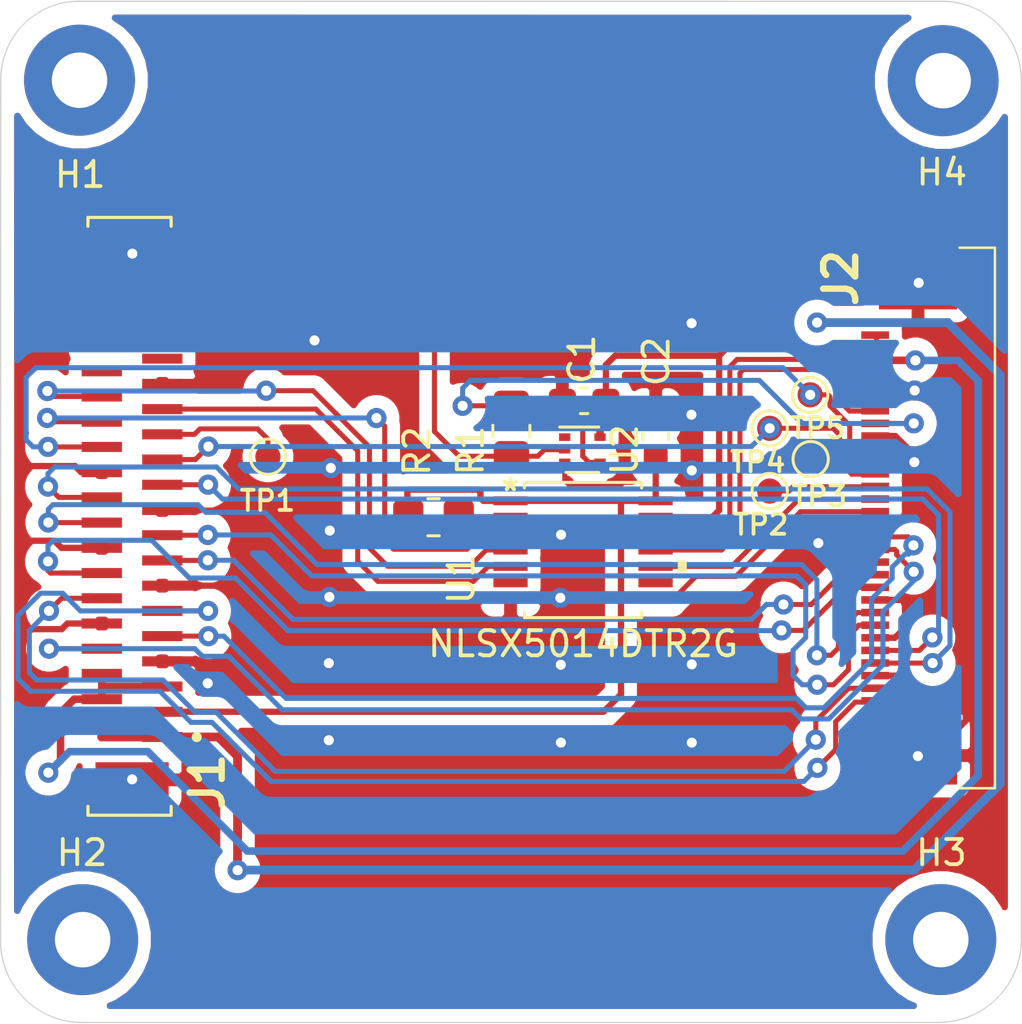
<source format=kicad_pcb>
(kicad_pcb (version 20171130) (host pcbnew 5.1.10-88a1d61d58~88~ubuntu18.04.1)

  (general
    (thickness 1.6)
    (drawings 8)
    (tracks 461)
    (zones 0)
    (modules 17)
    (nets 37)
  )

  (page A4)
  (layers
    (0 F.Cu signal)
    (31 B.Cu signal)
    (32 B.Adhes user)
    (33 F.Adhes user)
    (34 B.Paste user)
    (35 F.Paste user)
    (36 B.SilkS user)
    (37 F.SilkS user)
    (38 B.Mask user)
    (39 F.Mask user)
    (40 Dwgs.User user)
    (41 Cmts.User user)
    (42 Eco1.User user)
    (43 Eco2.User user)
    (44 Edge.Cuts user)
    (45 Margin user)
    (46 B.CrtYd user)
    (47 F.CrtYd user)
    (48 B.Fab user)
    (49 F.Fab user)
  )

  (setup
    (last_trace_width 0.2)
    (user_trace_width 0.16)
    (user_trace_width 0.2)
    (user_trace_width 0.3)
    (user_trace_width 0.35)
    (trace_clearance 0.2)
    (zone_clearance 0.508)
    (zone_45_only no)
    (trace_min 0.16)
    (via_size 0.8)
    (via_drill 0.4)
    (via_min_size 0.4)
    (via_min_drill 0.3)
    (uvia_size 0.3)
    (uvia_drill 0.1)
    (uvias_allowed no)
    (uvia_min_size 0.2)
    (uvia_min_drill 0.1)
    (edge_width 0.05)
    (segment_width 0.2)
    (pcb_text_width 0.3)
    (pcb_text_size 1.5 1.5)
    (mod_edge_width 0.12)
    (mod_text_size 1 1)
    (mod_text_width 0.15)
    (pad_size 1.524 1.524)
    (pad_drill 0.762)
    (pad_to_mask_clearance 0)
    (aux_axis_origin 0 0)
    (visible_elements FFFFFF7F)
    (pcbplotparams
      (layerselection 0x010f0_ffffffff)
      (usegerberextensions false)
      (usegerberattributes true)
      (usegerberadvancedattributes true)
      (creategerberjobfile true)
      (excludeedgelayer true)
      (linewidth 0.100000)
      (plotframeref false)
      (viasonmask false)
      (mode 1)
      (useauxorigin false)
      (hpglpennumber 1)
      (hpglpenspeed 20)
      (hpglpendiameter 15.000000)
      (psnegative false)
      (psa4output false)
      (plotreference true)
      (plotvalue true)
      (plotinvisibletext false)
      (padsonsilk false)
      (subtractmaskfromsilk false)
      (outputformat 1)
      (mirror false)
      (drillshape 0)
      (scaleselection 1)
      (outputdirectory "prod/V1A/"))
  )

  (net 0 "")
  (net 1 GND)
  (net 2 /CSI_nRST_1V8)
  (net 3 /I2C_SDA_1V8)
  (net 4 /I2C_SCL_1V8)
  (net 5 +1V8)
  (net 6 /CSI_SYNC_1V8)
  (net 7 /CSI_PWDN_1V8)
  (net 8 +3V3)
  (net 9 +5V)
  (net 10 /I2C_DAT_3V3)
  (net 11 /I2C_CLK_3V3)
  (net 12 /IRCUT_SW)
  (net 13 /IRCUT_CE)
  (net 14 /SVSYNC)
  (net 15 /SHSYNC)
  (net 16 /CLK_SI_3V3)
  (net 17 /SENS_RST_3V3)
  (net 18 /SENS_EN_3V3)
  (net 19 "Net-(U1-Pad9)")
  (net 20 "Net-(U1-Pad6)")
  (net 21 /CSI_MCLK_1V8)
  (net 22 "Net-(U2-Pad1)")
  (net 23 "Net-(J1-Pad33)")
  (net 24 "Net-(J1-Pad32)")
  (net 25 "Net-(J1-Pad31)")
  (net 26 "Net-(J1-Pad30)")
  (net 27 /SD_LVDS3_N)
  (net 28 /SD_LVDS3_P)
  (net 29 /SD_LVDS2_N)
  (net 30 /SD_LVDS2_P)
  (net 31 /SD_LVDS1_N)
  (net 32 /SD_LVDS1_P)
  (net 33 /SPCLK_LVDS0_N)
  (net 34 /SPCLK_LVDS0_P)
  (net 35 /SD_LVDS0_N)
  (net 36 /SD_LVDS0_P)

  (net_class Default "This is the default net class."
    (clearance 0.2)
    (trace_width 0.25)
    (via_dia 0.8)
    (via_drill 0.4)
    (uvia_dia 0.3)
    (uvia_drill 0.1)
    (add_net +1V8)
    (add_net +3V3)
    (add_net +5V)
    (add_net /CLK_SI_3V3)
    (add_net /CSI_MCLK_1V8)
    (add_net /CSI_PWDN_1V8)
    (add_net /CSI_SYNC_1V8)
    (add_net /CSI_nRST_1V8)
    (add_net /I2C_CLK_3V3)
    (add_net /I2C_DAT_3V3)
    (add_net /I2C_SCL_1V8)
    (add_net /I2C_SDA_1V8)
    (add_net /IRCUT_CE)
    (add_net /IRCUT_SW)
    (add_net /SD_LVDS0_N)
    (add_net /SD_LVDS0_P)
    (add_net /SD_LVDS1_N)
    (add_net /SD_LVDS1_P)
    (add_net /SD_LVDS2_N)
    (add_net /SD_LVDS2_P)
    (add_net /SD_LVDS3_N)
    (add_net /SD_LVDS3_P)
    (add_net /SENS_EN_3V3)
    (add_net /SENS_RST_3V3)
    (add_net /SHSYNC)
    (add_net /SPCLK_LVDS0_N)
    (add_net /SPCLK_LVDS0_P)
    (add_net /SVSYNC)
    (add_net GND)
    (add_net "Net-(J1-Pad30)")
    (add_net "Net-(J1-Pad31)")
    (add_net "Net-(J1-Pad32)")
    (add_net "Net-(J1-Pad33)")
    (add_net "Net-(U1-Pad6)")
    (add_net "Net-(U1-Pad9)")
    (add_net "Net-(U2-Pad1)")
  )

  (module Resistor_SMD:R_0805_2012Metric_Pad1.20x1.40mm_HandSolder (layer F.Cu) (tedit 5F68FEEE) (tstamp 610FF0D5)
    (at 119.43156 96.49206)
    (descr "Resistor SMD 0805 (2012 Metric), square (rectangular) end terminal, IPC_7351 nominal with elongated pad for handsoldering. (Body size source: IPC-SM-782 page 72, https://www.pcb-3d.com/wordpress/wp-content/uploads/ipc-sm-782a_amendment_1_and_2.pdf), generated with kicad-footprint-generator")
    (tags "resistor handsolder")
    (path /614F2A33)
    (attr smd)
    (fp_text reference R2 (at -0.65608 -2.62382 90) (layer F.SilkS)
      (effects (font (size 1 1) (thickness 0.15)))
    )
    (fp_text value R_US (at 0 1.65) (layer F.Fab)
      (effects (font (size 1 1) (thickness 0.15)))
    )
    (fp_line (start 1.85 0.95) (end -1.85 0.95) (layer F.CrtYd) (width 0.05))
    (fp_line (start 1.85 -0.95) (end 1.85 0.95) (layer F.CrtYd) (width 0.05))
    (fp_line (start -1.85 -0.95) (end 1.85 -0.95) (layer F.CrtYd) (width 0.05))
    (fp_line (start -1.85 0.95) (end -1.85 -0.95) (layer F.CrtYd) (width 0.05))
    (fp_line (start -0.227064 0.735) (end 0.227064 0.735) (layer F.SilkS) (width 0.12))
    (fp_line (start -0.227064 -0.735) (end 0.227064 -0.735) (layer F.SilkS) (width 0.12))
    (fp_line (start 1 0.625) (end -1 0.625) (layer F.Fab) (width 0.1))
    (fp_line (start 1 -0.625) (end 1 0.625) (layer F.Fab) (width 0.1))
    (fp_line (start -1 -0.625) (end 1 -0.625) (layer F.Fab) (width 0.1))
    (fp_line (start -1 0.625) (end -1 -0.625) (layer F.Fab) (width 0.1))
    (fp_text user %R (at 0 0) (layer F.Fab)
      (effects (font (size 0.5 0.5) (thickness 0.08)))
    )
    (pad 2 smd roundrect (at 1 0) (size 1.2 1.4) (layers F.Cu F.Paste F.Mask) (roundrect_rratio 0.208333)
      (net 7 /CSI_PWDN_1V8))
    (pad 1 smd roundrect (at -1 0) (size 1.2 1.4) (layers F.Cu F.Paste F.Mask) (roundrect_rratio 0.208333)
      (net 5 +1V8))
    (model ${KISYS3DMOD}/Resistor_SMD.3dshapes/R_0805_2012Metric.wrl
      (at (xyz 0 0 0))
      (scale (xyz 1 1 1))
      (rotate (xyz 0 0 0))
    )
  )

  (module footprints:317345922 (layer F.Cu) (tedit 0) (tstamp 610EA73F)
    (at 137.2997 96.52 90)
    (descr 3-1734592-2-1)
    (tags Connector)
    (path /613F16C6)
    (attr smd)
    (fp_text reference J2 (at 9.51484 -1.71704 90) (layer F.SilkS)
      (effects (font (size 1.27 1.27) (thickness 0.254)))
    )
    (fp_text value 3-1734592-2 (at 0 1.75 90) (layer F.SilkS) hide
      (effects (font (size 1.27 1.27) (thickness 0.254)))
    )
    (fp_line (start 10.715 4.4) (end 10.715 3) (layer F.SilkS) (width 0.1))
    (fp_line (start -10.715 4.4) (end 10.715 4.4) (layer F.SilkS) (width 0.1))
    (fp_line (start -10.715 3) (end -10.715 4.4) (layer F.SilkS) (width 0.1))
    (fp_line (start -11.715 5.4) (end -11.715 -1.9) (layer F.CrtYd) (width 0.1))
    (fp_line (start 11.715 5.4) (end -11.715 5.4) (layer F.CrtYd) (width 0.1))
    (fp_line (start 11.715 -1.9) (end 11.715 5.4) (layer F.CrtYd) (width 0.1))
    (fp_line (start -11.715 -1.9) (end 11.715 -1.9) (layer F.CrtYd) (width 0.1))
    (fp_line (start -10.715 4.4) (end -10.715 0) (layer F.Fab) (width 0.2))
    (fp_line (start 10.715 4.4) (end -10.715 4.4) (layer F.Fab) (width 0.2))
    (fp_line (start 10.715 0) (end 10.715 4.4) (layer F.Fab) (width 0.2))
    (fp_line (start -10.715 0) (end 10.715 0) (layer F.Fab) (width 0.2))
    (fp_text user %R (at 0 1.75 90) (layer F.Fab)
      (effects (font (size 1.27 1.27) (thickness 0.254)))
    )
    (pad 34 smd rect (at 9.42 1.35 90) (size 2.3 3.1) (layers F.Cu F.Paste F.Mask)
      (net 1 GND))
    (pad 33 smd rect (at -9.42 1.35 90) (size 2.3 3.1) (layers F.Cu F.Paste F.Mask)
      (net 1 GND))
    (pad 32 smd rect (at 7.75 -0.35 90) (size 0.3 1.1) (layers F.Cu F.Paste F.Mask)
      (net 9 +5V))
    (pad 31 smd rect (at 7.25 -0.35 90) (size 0.3 1.1) (layers F.Cu F.Paste F.Mask)
      (net 8 +3V3))
    (pad 30 smd rect (at 6.75 -0.35 90) (size 0.3 1.1) (layers F.Cu F.Paste F.Mask)
      (net 8 +3V3))
    (pad 29 smd rect (at 6.25 -0.35 90) (size 0.3 1.1) (layers F.Cu F.Paste F.Mask)
      (net 8 +3V3))
    (pad 28 smd rect (at 5.75 -0.35 90) (size 0.3 1.1) (layers F.Cu F.Paste F.Mask)
      (net 1 GND))
    (pad 27 smd rect (at 5.25 -0.35 90) (size 0.3 1.1) (layers F.Cu F.Paste F.Mask)
      (net 1 GND))
    (pad 26 smd rect (at 4.75 -0.35 90) (size 0.3 1.1) (layers F.Cu F.Paste F.Mask)
      (net 18 /SENS_EN_3V3))
    (pad 25 smd rect (at 4.25 -0.35 90) (size 0.3 1.1) (layers F.Cu F.Paste F.Mask)
      (net 17 /SENS_RST_3V3))
    (pad 24 smd rect (at 3.75 -0.35 90) (size 0.3 1.1) (layers F.Cu F.Paste F.Mask)
      (net 16 /CLK_SI_3V3))
    (pad 23 smd rect (at 3.25 -0.35 90) (size 0.3 1.1) (layers F.Cu F.Paste F.Mask)
      (net 1 GND))
    (pad 22 smd rect (at 2.75 -0.35 90) (size 0.3 1.1) (layers F.Cu F.Paste F.Mask)
      (net 15 /SHSYNC))
    (pad 21 smd rect (at 2.25 -0.35 90) (size 0.3 1.1) (layers F.Cu F.Paste F.Mask)
      (net 14 /SVSYNC))
    (pad 20 smd rect (at 1.75 -0.35 90) (size 0.3 1.1) (layers F.Cu F.Paste F.Mask)
      (net 13 /IRCUT_CE))
    (pad 19 smd rect (at 1.25 -0.35 90) (size 0.3 1.1) (layers F.Cu F.Paste F.Mask)
      (net 12 /IRCUT_SW))
    (pad 18 smd rect (at 0.75 -0.35 90) (size 0.3 1.1) (layers F.Cu F.Paste F.Mask)
      (net 11 /I2C_CLK_3V3))
    (pad 17 smd rect (at 0.25 -0.35 90) (size 0.3 1.1) (layers F.Cu F.Paste F.Mask)
      (net 10 /I2C_DAT_3V3))
    (pad 16 smd rect (at -0.25 -0.35 90) (size 0.3 1.1) (layers F.Cu F.Paste F.Mask)
      (net 1 GND))
    (pad 15 smd rect (at -0.75 -0.35 90) (size 0.3 1.1) (layers F.Cu F.Paste F.Mask)
      (net 35 /SD_LVDS0_N))
    (pad 14 smd rect (at -1.25 -0.35 90) (size 0.3 1.1) (layers F.Cu F.Paste F.Mask)
      (net 36 /SD_LVDS0_P))
    (pad 13 smd rect (at -1.75 -0.35 90) (size 0.3 1.1) (layers F.Cu F.Paste F.Mask)
      (net 1 GND))
    (pad 12 smd rect (at -2.25 -0.35 90) (size 0.3 1.1) (layers F.Cu F.Paste F.Mask)
      (net 31 /SD_LVDS1_N))
    (pad 11 smd rect (at -2.75 -0.35 90) (size 0.3 1.1) (layers F.Cu F.Paste F.Mask)
      (net 32 /SD_LVDS1_P))
    (pad 10 smd rect (at -3.25 -0.35 90) (size 0.3 1.1) (layers F.Cu F.Paste F.Mask)
      (net 1 GND))
    (pad 9 smd rect (at -3.75 -0.35 90) (size 0.3 1.1) (layers F.Cu F.Paste F.Mask)
      (net 29 /SD_LVDS2_N))
    (pad 8 smd rect (at -4.25 -0.35 90) (size 0.3 1.1) (layers F.Cu F.Paste F.Mask)
      (net 30 /SD_LVDS2_P))
    (pad 7 smd rect (at -4.75 -0.35 90) (size 0.3 1.1) (layers F.Cu F.Paste F.Mask)
      (net 1 GND))
    (pad 6 smd rect (at -5.25 -0.35 90) (size 0.3 1.1) (layers F.Cu F.Paste F.Mask)
      (net 27 /SD_LVDS3_N))
    (pad 5 smd rect (at -5.75 -0.35 90) (size 0.3 1.1) (layers F.Cu F.Paste F.Mask)
      (net 28 /SD_LVDS3_P))
    (pad 4 smd rect (at -6.25 -0.35 90) (size 0.3 1.1) (layers F.Cu F.Paste F.Mask)
      (net 1 GND))
    (pad 3 smd rect (at -6.75 -0.35 90) (size 0.3 1.1) (layers F.Cu F.Paste F.Mask)
      (net 33 /SPCLK_LVDS0_N))
    (pad 2 smd rect (at -7.25 -0.35 90) (size 0.3 1.1) (layers F.Cu F.Paste F.Mask)
      (net 34 /SPCLK_LVDS0_P))
    (pad 1 smd rect (at -7.75 -0.35 90) (size 0.3 1.1) (layers F.Cu F.Paste F.Mask)
      (net 1 GND))
    (model 3-1734592-2.stp
      (offset (xyz 0 -4.289999897423787 1.049999936546875))
      (scale (xyz 1 1 1))
      (rotate (xyz -90 0 0))
    )
    (model ${KIPRJMOD}/3d_models/3-1734592-2.stp
      (offset (xyz 0 -4.25 1))
      (scale (xyz 1 1 1))
      (rotate (xyz -90 0 0))
    )
  )

  (module footprints:TE_3-1734742-6 (layer F.Cu) (tedit 60AB0E3B) (tstamp 610F9440)
    (at 107.4739 96.4535 90)
    (path /6111BB71)
    (fp_text reference J1 (at -10.5313 2.98054 90) (layer F.SilkS)
      (effects (font (size 1.27 1.27) (thickness 0.254)))
    )
    (fp_text value 3-1734742-6 (at -4.788 3.308 90) (layer F.Fab)
      (effects (font (size 0.8 0.8) (thickness 0.015)))
    )
    (fp_circle (center -8.754 2.565) (end -8.654 2.565) (layer F.Fab) (width 0.2))
    (fp_line (start -9.2 2.25) (end -9.2 1.8) (layer F.CrtYd) (width 0.05))
    (fp_line (start 8.7 2.25) (end -9.2 2.25) (layer F.CrtYd) (width 0.05))
    (fp_line (start 8.7 1.8) (end 8.7 2.25) (layer F.CrtYd) (width 0.05))
    (fp_line (start 12.1 1.8) (end 8.7 1.8) (layer F.CrtYd) (width 0.05))
    (fp_line (start 12.1 -2) (end 12.1 1.8) (layer F.CrtYd) (width 0.05))
    (fp_line (start 9.2 -2) (end 12.1 -2) (layer F.CrtYd) (width 0.05))
    (fp_line (start 9.2 -2.25) (end 9.2 -2) (layer F.CrtYd) (width 0.05))
    (fp_line (start -8.7 -2.25) (end 9.2 -2.25) (layer F.CrtYd) (width 0.05))
    (fp_line (start -8.7 -2) (end -8.7 -2.25) (layer F.CrtYd) (width 0.05))
    (fp_line (start -12.1 -2) (end -8.7 -2) (layer F.CrtYd) (width 0.05))
    (fp_line (start -12.1 1.8) (end -12.1 -2) (layer F.CrtYd) (width 0.05))
    (fp_line (start -9.2 1.8) (end -12.1 1.8) (layer F.CrtYd) (width 0.05))
    (fp_line (start 11.85 1.55) (end 11.5 1.55) (layer F.SilkS) (width 0.127))
    (fp_line (start 11.85 -1.75) (end 11.85 1.55) (layer F.SilkS) (width 0.127))
    (fp_line (start 11.5 -1.75) (end 11.85 -1.75) (layer F.SilkS) (width 0.127))
    (fp_line (start -11.85 1.55) (end -11.5 1.55) (layer F.SilkS) (width 0.127))
    (fp_line (start -11.85 -1.75) (end -11.85 1.55) (layer F.SilkS) (width 0.127))
    (fp_line (start -11.5 -1.75) (end -11.85 -1.75) (layer F.SilkS) (width 0.127))
    (fp_circle (center -8.754 2.565) (end -8.654 2.565) (layer F.SilkS) (width 0.2))
    (fp_line (start 11.85 1.55) (end -11.85 1.55) (layer F.Fab) (width 0.127))
    (fp_line (start 11.85 -1.75) (end 11.85 1.55) (layer F.Fab) (width 0.127))
    (fp_line (start -11.85 -1.75) (end 11.85 -1.75) (layer F.Fab) (width 0.127))
    (fp_line (start -11.85 1.55) (end -11.85 -1.75) (layer F.Fab) (width 0.127))
    (pad 36 smd rect (at 8.75 -1.2 90) (size 0.4 1.6) (layers F.Cu F.Paste F.Mask)
      (net 1 GND))
    (pad 35 smd rect (at 8.25 1.2 90) (size 0.4 1.6) (layers F.Cu F.Paste F.Mask)
      (net 21 /CSI_MCLK_1V8))
    (pad 34 smd rect (at 7.75 -1.2 90) (size 0.4 1.6) (layers F.Cu F.Paste F.Mask)
      (net 1 GND))
    (pad 33 smd rect (at 7.25 1.2 90) (size 0.4 1.6) (layers F.Cu F.Paste F.Mask)
      (net 23 "Net-(J1-Pad33)"))
    (pad 32 smd rect (at 6.75 -1.2 90) (size 0.4 1.6) (layers F.Cu F.Paste F.Mask)
      (net 24 "Net-(J1-Pad32)"))
    (pad 31 smd rect (at 6.25 1.2 90) (size 0.4 1.6) (layers F.Cu F.Paste F.Mask)
      (net 25 "Net-(J1-Pad31)"))
    (pad 30 smd rect (at 5.75 -1.2 90) (size 0.4 1.6) (layers F.Cu F.Paste F.Mask)
      (net 26 "Net-(J1-Pad30)"))
    (pad 29 smd rect (at 5.25 1.2 90) (size 0.4 1.6) (layers F.Cu F.Paste F.Mask)
      (net 1 GND))
    (pad 28 smd rect (at 4.75 -1.2 90) (size 0.4 1.6) (layers F.Cu F.Paste F.Mask)
      (net 4 /I2C_SCL_1V8))
    (pad 27 smd rect (at 4.25 1.2 90) (size 0.4 1.6) (layers F.Cu F.Paste F.Mask)
      (net 3 /I2C_SDA_1V8))
    (pad 26 smd rect (at 3.75 -1.2 90) (size 0.4 1.6) (layers F.Cu F.Paste F.Mask)
      (net 2 /CSI_nRST_1V8))
    (pad 25 smd rect (at 3.25 1.2 90) (size 0.4 1.6) (layers F.Cu F.Paste F.Mask)
      (net 6 /CSI_SYNC_1V8))
    (pad 24 smd rect (at 2.75 -1.2 90) (size 0.4 1.6) (layers F.Cu F.Paste F.Mask)
      (net 15 /SHSYNC))
    (pad 23 smd rect (at 2.25 1.2 90) (size 0.4 1.6) (layers F.Cu F.Paste F.Mask)
      (net 14 /SVSYNC))
    (pad 22 smd rect (at 1.75 -1.2 90) (size 0.4 1.6) (layers F.Cu F.Paste F.Mask)
      (net 1 GND))
    (pad 21 smd rect (at 1.25 1.2 90) (size 0.4 1.6) (layers F.Cu F.Paste F.Mask)
      (net 27 /SD_LVDS3_N))
    (pad 20 smd rect (at 0.75 -1.2 90) (size 0.4 1.6) (layers F.Cu F.Paste F.Mask)
      (net 28 /SD_LVDS3_P))
    (pad 19 smd rect (at 0.25 1.2 90) (size 0.4 1.6) (layers F.Cu F.Paste F.Mask)
      (net 1 GND))
    (pad 18 smd rect (at -0.25 -1.2 90) (size 0.4 1.6) (layers F.Cu F.Paste F.Mask)
      (net 29 /SD_LVDS2_N))
    (pad 17 smd rect (at -0.75 1.2 90) (size 0.4 1.6) (layers F.Cu F.Paste F.Mask)
      (net 30 /SD_LVDS2_P))
    (pad 16 smd rect (at -1.25 -1.2 90) (size 0.4 1.6) (layers F.Cu F.Paste F.Mask)
      (net 1 GND))
    (pad 15 smd rect (at -1.75 1.2 90) (size 0.4 1.6) (layers F.Cu F.Paste F.Mask)
      (net 31 /SD_LVDS1_N))
    (pad 14 smd rect (at -2.25 -1.2 90) (size 0.4 1.6) (layers F.Cu F.Paste F.Mask)
      (net 32 /SD_LVDS1_P))
    (pad 13 smd rect (at -2.75 1.2 90) (size 0.4 1.6) (layers F.Cu F.Paste F.Mask)
      (net 1 GND))
    (pad 12 smd rect (at -3.25 -1.2 90) (size 0.4 1.6) (layers F.Cu F.Paste F.Mask)
      (net 33 /SPCLK_LVDS0_N))
    (pad 11 smd rect (at -3.75 1.2 90) (size 0.4 1.6) (layers F.Cu F.Paste F.Mask)
      (net 34 /SPCLK_LVDS0_P))
    (pad 10 smd rect (at -4.25 -1.2 90) (size 0.4 1.6) (layers F.Cu F.Paste F.Mask)
      (net 1 GND))
    (pad 9 smd rect (at -4.75 1.2 90) (size 0.4 1.6) (layers F.Cu F.Paste F.Mask)
      (net 35 /SD_LVDS0_N))
    (pad 8 smd rect (at -5.25 -1.2 90) (size 0.4 1.6) (layers F.Cu F.Paste F.Mask)
      (net 36 /SD_LVDS0_P))
    (pad 7 smd rect (at -5.75 1.2 90) (size 0.4 1.6) (layers F.Cu F.Paste F.Mask)
      (net 1 GND))
    (pad 6 smd rect (at -6.25 -1.2 90) (size 0.4 1.6) (layers F.Cu F.Paste F.Mask)
      (net 8 +3V3))
    (pad 5 smd rect (at -6.75 1.2 90) (size 0.4 1.6) (layers F.Cu F.Paste F.Mask)
      (net 8 +3V3))
    (pad 4 smd rect (at -7.25 -1.2 90) (size 0.4 1.6) (layers F.Cu F.Paste F.Mask)
      (net 8 +3V3))
    (pad 3 smd rect (at -7.75 1.2 90) (size 0.4 1.6) (layers F.Cu F.Paste F.Mask)
      (net 5 +1V8))
    (pad 2 smd rect (at -8.25 -1.2 90) (size 0.4 1.6) (layers F.Cu F.Paste F.Mask)
      (net 9 +5V))
    (pad 1 smd rect (at -8.75 1.2 90) (size 0.4 1.6) (layers F.Cu F.Paste F.Mask)
      (net 9 +5V))
    (pad S2 smd rect (at 10.45 0 90) (size 1.4 2.9) (layers F.Cu F.Paste F.Mask)
      (net 1 GND))
    (pad S1 smd rect (at -10.45 0 90) (size 1.4 2.9) (layers F.Cu F.Paste F.Mask)
      (net 1 GND))
    (model ${KIPRJMOD}/3d_models/TE-3-1734742-6-3d.stp
      (offset (xyz 0 0 3.5))
      (scale (xyz 1 1 1))
      (rotate (xyz 0 0 0))
    )
  )

  (module TestPoint:TestPoint_Pad_D1.0mm (layer F.Cu) (tedit 5A0F774F) (tstamp 610E20B8)
    (at 134.37108 91.63812)
    (descr "SMD pad as test Point, diameter 1.0mm")
    (tags "test point SMD pad")
    (path /6110F3C5)
    (attr virtual)
    (fp_text reference TP5 (at 0.3048 1.3208) (layer F.SilkS)
      (effects (font (size 0.8 0.8) (thickness 0.15)))
    )
    (fp_text value TestPoint (at 0 1.55) (layer F.Fab)
      (effects (font (size 1 1) (thickness 0.15)))
    )
    (fp_circle (center 0 0) (end 0 0.7) (layer F.SilkS) (width 0.12))
    (fp_circle (center 0 0) (end 1 0) (layer F.CrtYd) (width 0.05))
    (fp_text user %R (at 0.3429 1.3462) (layer F.Fab)
      (effects (font (size 1 1) (thickness 0.15)))
    )
    (pad 1 smd circle (at 0 0) (size 1 1) (layers F.Cu F.Mask)
      (net 15 /SHSYNC))
  )

  (module TestPoint:TestPoint_Pad_D1.0mm (layer F.Cu) (tedit 5A0F774F) (tstamp 610E20B0)
    (at 132.7658 92.964)
    (descr "SMD pad as test Point, diameter 1.0mm")
    (tags "test point SMD pad")
    (path /6110ED4E)
    (attr virtual)
    (fp_text reference TP4 (at -0.47244 1.33604) (layer F.SilkS)
      (effects (font (size 0.8 0.8) (thickness 0.15)))
    )
    (fp_text value TestPoint (at 0 1.55) (layer F.Fab)
      (effects (font (size 1 1) (thickness 0.15)))
    )
    (fp_circle (center 0 0) (end 0 0.7) (layer F.SilkS) (width 0.12))
    (fp_circle (center 0 0) (end 1 0) (layer F.CrtYd) (width 0.05))
    (fp_text user %R (at -0.4826 1.2827) (layer F.Fab)
      (effects (font (size 1 1) (thickness 0.15)))
    )
    (pad 1 smd circle (at 0 0) (size 1 1) (layers F.Cu F.Mask)
      (net 14 /SVSYNC))
  )

  (module TestPoint:TestPoint_Pad_D1.0mm (layer F.Cu) (tedit 5A0F774F) (tstamp 610E20A8)
    (at 134.3914 94.18828)
    (descr "SMD pad as test Point, diameter 1.0mm")
    (tags "test point SMD pad")
    (path /6110E5F6)
    (attr virtual)
    (fp_text reference TP3 (at 0.3429 1.4732) (layer F.SilkS)
      (effects (font (size 0.8 0.8) (thickness 0.15)))
    )
    (fp_text value TestPoint (at 0 1.55) (layer F.Fab)
      (effects (font (size 1 1) (thickness 0.15)))
    )
    (fp_circle (center 0 0) (end 0 0.7) (layer F.SilkS) (width 0.12))
    (fp_circle (center 0 0) (end 1 0) (layer F.CrtYd) (width 0.05))
    (fp_text user %R (at 0 -1.45) (layer F.Fab)
      (effects (font (size 1 1) (thickness 0.15)))
    )
    (pad 1 smd circle (at 0 0) (size 1 1) (layers F.Cu F.Mask)
      (net 13 /IRCUT_CE))
  )

  (module TestPoint:TestPoint_Pad_D1.0mm (layer F.Cu) (tedit 5A0F774F) (tstamp 610E20A0)
    (at 132.7658 95.4532)
    (descr "SMD pad as test Point, diameter 1.0mm")
    (tags "test point SMD pad")
    (path /6110DD9A)
    (attr virtual)
    (fp_text reference TP2 (at -0.3556 1.33096) (layer F.SilkS)
      (effects (font (size 0.8 0.8) (thickness 0.15)))
    )
    (fp_text value TestPoint (at 0 1.55) (layer F.Fab)
      (effects (font (size 1 1) (thickness 0.15)))
    )
    (fp_circle (center 0 0) (end 0 0.7) (layer F.SilkS) (width 0.12))
    (fp_circle (center 0 0) (end 1 0) (layer F.CrtYd) (width 0.05))
    (fp_text user %R (at 0 -1.45) (layer F.Fab)
      (effects (font (size 1 1) (thickness 0.15)))
    )
    (pad 1 smd circle (at 0 0) (size 1 1) (layers F.Cu F.Mask)
      (net 12 /IRCUT_SW))
  )

  (module TestPoint:TestPoint_Pad_D1.0mm (layer F.Cu) (tedit 5A0F774F) (tstamp 610DF087)
    (at 112.86236 94.09176)
    (descr "SMD pad as test Point, diameter 1.0mm")
    (tags "test point SMD pad")
    (path /610FA21D)
    (attr virtual)
    (fp_text reference TP1 (at -0.01524 1.74752) (layer F.SilkS)
      (effects (font (size 0.8 0.8) (thickness 0.15)))
    )
    (fp_text value TestPoint (at 0 1.55) (layer F.Fab)
      (effects (font (size 1 1) (thickness 0.15)))
    )
    (fp_circle (center 0 0) (end 0 0.7) (layer F.SilkS) (width 0.12))
    (fp_circle (center 0 0) (end 1 0) (layer F.CrtYd) (width 0.05))
    (fp_text user %R (at -0.01524 2.0828) (layer F.Fab)
      (effects (font (size 1 1) (thickness 0.15)))
    )
    (pad 1 smd circle (at 0 0) (size 1 1) (layers F.Cu F.Mask)
      (net 6 /CSI_SYNC_1V8))
  )

  (module footprints:NLSX5014DTR2G (layer F.Cu) (tedit 0) (tstamp 610CBC03)
    (at 125.3617 97.79)
    (path /6158CD6A)
    (fp_text reference U1 (at -4.83362 1.13538 90) (layer F.SilkS)
      (effects (font (size 1 1) (thickness 0.15)))
    )
    (fp_text value NLSX5014DTR2G (at 0.00254 3.7211) (layer F.SilkS)
      (effects (font (size 1 1) (thickness 0.15)))
    )
    (fp_line (start -2.1971 -1.7976) (end -2.1971 -2.1024) (layer F.Fab) (width 0.1))
    (fp_line (start -2.1971 -2.1024) (end -3.2004 -2.1024) (layer F.Fab) (width 0.1))
    (fp_line (start -3.2004 -2.1024) (end -3.2004 -1.7976) (layer F.Fab) (width 0.1))
    (fp_line (start -3.2004 -1.7976) (end -2.1971 -1.7976) (layer F.Fab) (width 0.1))
    (fp_line (start -2.1971 -1.1476) (end -2.1971 -1.4524) (layer F.Fab) (width 0.1))
    (fp_line (start -2.1971 -1.4524) (end -3.2004 -1.4524) (layer F.Fab) (width 0.1))
    (fp_line (start -3.2004 -1.4524) (end -3.2004 -1.1476) (layer F.Fab) (width 0.1))
    (fp_line (start -3.2004 -1.1476) (end -2.1971 -1.1476) (layer F.Fab) (width 0.1))
    (fp_line (start -2.1971 -0.4976) (end -2.1971 -0.8024) (layer F.Fab) (width 0.1))
    (fp_line (start -2.1971 -0.8024) (end -3.2004 -0.8024) (layer F.Fab) (width 0.1))
    (fp_line (start -3.2004 -0.8024) (end -3.2004 -0.4976) (layer F.Fab) (width 0.1))
    (fp_line (start -3.2004 -0.4976) (end -2.1971 -0.4976) (layer F.Fab) (width 0.1))
    (fp_line (start -2.1971 0.1524) (end -2.1971 -0.1524) (layer F.Fab) (width 0.1))
    (fp_line (start -2.1971 -0.1524) (end -3.2004 -0.1524) (layer F.Fab) (width 0.1))
    (fp_line (start -3.2004 -0.1524) (end -3.2004 0.1524) (layer F.Fab) (width 0.1))
    (fp_line (start -3.2004 0.1524) (end -2.1971 0.1524) (layer F.Fab) (width 0.1))
    (fp_line (start -2.1971 0.8024) (end -2.1971 0.4976) (layer F.Fab) (width 0.1))
    (fp_line (start -2.1971 0.4976) (end -3.2004 0.4976) (layer F.Fab) (width 0.1))
    (fp_line (start -3.2004 0.4976) (end -3.2004 0.8024) (layer F.Fab) (width 0.1))
    (fp_line (start -3.2004 0.8024) (end -2.1971 0.8024) (layer F.Fab) (width 0.1))
    (fp_line (start -2.1971 1.4524) (end -2.1971 1.1476) (layer F.Fab) (width 0.1))
    (fp_line (start -2.1971 1.1476) (end -3.2004 1.1476) (layer F.Fab) (width 0.1))
    (fp_line (start -3.2004 1.1476) (end -3.2004 1.4524) (layer F.Fab) (width 0.1))
    (fp_line (start -3.2004 1.4524) (end -2.1971 1.4524) (layer F.Fab) (width 0.1))
    (fp_line (start -2.1971 2.1024) (end -2.1971 1.7976) (layer F.Fab) (width 0.1))
    (fp_line (start -2.1971 1.7976) (end -3.2004 1.7976) (layer F.Fab) (width 0.1))
    (fp_line (start -3.2004 1.7976) (end -3.2004 2.1024) (layer F.Fab) (width 0.1))
    (fp_line (start -3.2004 2.1024) (end -2.1971 2.1024) (layer F.Fab) (width 0.1))
    (fp_line (start 2.1971 1.7976) (end 2.1971 2.1024) (layer F.Fab) (width 0.1))
    (fp_line (start 2.1971 2.1024) (end 3.2004 2.1024) (layer F.Fab) (width 0.1))
    (fp_line (start 3.2004 2.1024) (end 3.2004 1.7976) (layer F.Fab) (width 0.1))
    (fp_line (start 3.2004 1.7976) (end 2.1971 1.7976) (layer F.Fab) (width 0.1))
    (fp_line (start 2.1971 1.1476) (end 2.1971 1.4524) (layer F.Fab) (width 0.1))
    (fp_line (start 2.1971 1.4524) (end 3.2004 1.4524) (layer F.Fab) (width 0.1))
    (fp_line (start 3.2004 1.4524) (end 3.2004 1.1476) (layer F.Fab) (width 0.1))
    (fp_line (start 3.2004 1.1476) (end 2.1971 1.1476) (layer F.Fab) (width 0.1))
    (fp_line (start 2.1971 0.4976) (end 2.1971 0.8024) (layer F.Fab) (width 0.1))
    (fp_line (start 2.1971 0.8024) (end 3.2004 0.8024) (layer F.Fab) (width 0.1))
    (fp_line (start 3.2004 0.8024) (end 3.2004 0.4976) (layer F.Fab) (width 0.1))
    (fp_line (start 3.2004 0.4976) (end 2.1971 0.4976) (layer F.Fab) (width 0.1))
    (fp_line (start 2.1971 -0.1524) (end 2.1971 0.1524) (layer F.Fab) (width 0.1))
    (fp_line (start 2.1971 0.1524) (end 3.2004 0.1524) (layer F.Fab) (width 0.1))
    (fp_line (start 3.2004 0.1524) (end 3.2004 -0.1524) (layer F.Fab) (width 0.1))
    (fp_line (start 3.2004 -0.1524) (end 2.1971 -0.1524) (layer F.Fab) (width 0.1))
    (fp_line (start 2.1971 -0.8024) (end 2.1971 -0.4976) (layer F.Fab) (width 0.1))
    (fp_line (start 2.1971 -0.4976) (end 3.2004 -0.4976) (layer F.Fab) (width 0.1))
    (fp_line (start 3.2004 -0.4976) (end 3.2004 -0.8024) (layer F.Fab) (width 0.1))
    (fp_line (start 3.2004 -0.8024) (end 2.1971 -0.8024) (layer F.Fab) (width 0.1))
    (fp_line (start 2.1971 -1.4524) (end 2.1971 -1.1476) (layer F.Fab) (width 0.1))
    (fp_line (start 2.1971 -1.1476) (end 3.2004 -1.1476) (layer F.Fab) (width 0.1))
    (fp_line (start 3.2004 -1.1476) (end 3.2004 -1.4524) (layer F.Fab) (width 0.1))
    (fp_line (start 3.2004 -1.4524) (end 2.1971 -1.4524) (layer F.Fab) (width 0.1))
    (fp_line (start 2.1971 -2.1024) (end 2.1971 -1.7976) (layer F.Fab) (width 0.1))
    (fp_line (start 2.1971 -1.7976) (end 3.2004 -1.7976) (layer F.Fab) (width 0.1))
    (fp_line (start 3.2004 -1.7976) (end 3.2004 -2.1024) (layer F.Fab) (width 0.1))
    (fp_line (start 3.2004 -2.1024) (end 2.1971 -2.1024) (layer F.Fab) (width 0.1))
    (fp_line (start -2.3241 2.6797) (end 2.3241 2.6797) (layer F.SilkS) (width 0.12))
    (fp_line (start 2.3241 2.6797) (end 2.3241 2.460541) (layer F.SilkS) (width 0.12))
    (fp_line (start 2.3241 -2.6797) (end -2.3241 -2.6797) (layer F.SilkS) (width 0.12))
    (fp_line (start -2.3241 -2.6797) (end -2.3241 -2.460541) (layer F.SilkS) (width 0.12))
    (fp_line (start -2.1971 2.5527) (end 2.1971 2.5527) (layer F.Fab) (width 0.1))
    (fp_line (start 2.1971 2.5527) (end 2.1971 -2.5527) (layer F.Fab) (width 0.1))
    (fp_line (start 2.1971 -2.5527) (end -2.1971 -2.5527) (layer F.Fab) (width 0.1))
    (fp_line (start -2.1971 -2.5527) (end -2.1971 2.5527) (layer F.Fab) (width 0.1))
    (fp_line (start -2.3241 2.460539) (end -2.3241 2.6797) (layer F.SilkS) (width 0.12))
    (fp_line (start 2.3241 -2.460539) (end 2.3241 -2.6797) (layer F.SilkS) (width 0.12))
    (fp_poly (pts (xy 4.064 0.459499) (xy 4.064 0.840499) (xy 3.81 0.840499) (xy 3.81 0.459499)) (layer F.SilkS) (width 0.1))
    (fp_line (start -3.81 2.3818) (end -3.81 -2.3818) (layer F.CrtYd) (width 0.05))
    (fp_line (start -3.81 -2.3818) (end -2.4511 -2.3818) (layer F.CrtYd) (width 0.05))
    (fp_line (start -2.4511 -2.3818) (end -2.4511 -2.8067) (layer F.CrtYd) (width 0.05))
    (fp_line (start -2.4511 -2.8067) (end 2.4511 -2.8067) (layer F.CrtYd) (width 0.05))
    (fp_line (start 2.4511 -2.8067) (end 2.4511 -2.3818) (layer F.CrtYd) (width 0.05))
    (fp_line (start 2.4511 -2.3818) (end 3.81 -2.3818) (layer F.CrtYd) (width 0.05))
    (fp_line (start 3.81 -2.3818) (end 3.81 2.3818) (layer F.CrtYd) (width 0.05))
    (fp_line (start 3.81 2.3818) (end 2.4511 2.3818) (layer F.CrtYd) (width 0.05))
    (fp_line (start 2.4511 2.3818) (end 2.4511 2.8067) (layer F.CrtYd) (width 0.05))
    (fp_line (start 2.4511 2.8067) (end -2.4511 2.8067) (layer F.CrtYd) (width 0.05))
    (fp_line (start -2.4511 2.8067) (end -2.4511 2.3818) (layer F.CrtYd) (width 0.05))
    (fp_line (start -2.4511 2.3818) (end -3.81 2.3818) (layer F.CrtYd) (width 0.05))
    (fp_arc (start 0 -2.5527) (end 0.3048 -2.5527) (angle 180) (layer F.Fab) (width 0.1))
    (fp_text user * (at -1.8161 -2.4765) (layer F.Fab)
      (effects (font (size 1 1) (thickness 0.15)))
    )
    (fp_text user * (at -2.8829 -2.29616) (layer F.SilkS)
      (effects (font (size 1 1) (thickness 0.15)))
    )
    (fp_text user 0.054in/1.359mm (at -2.87655 4.9657) (layer Dwgs.User)
      (effects (font (size 1 1) (thickness 0.15)))
    )
    (fp_text user 0.226in/5.753mm (at 3.7211 -6.3754) (layer Dwgs.User)
      (effects (font (size 1 1) (thickness 0.15)))
    )
    (fp_text user 0.014in/0.356mm (at 5.92455 -1.95) (layer Dwgs.User)
      (effects (font (size 1 1) (thickness 0.15)))
    )
    (fp_text user 0.026in/0.65mm (at -5.92455 -1.625) (layer Dwgs.User)
      (effects (font (size 1 1) (thickness 0.15)))
    )
    (fp_text user * (at -1.8161 -2.4765) (layer F.Fab)
      (effects (font (size 1 1) (thickness 0.15)))
    )
    (fp_text user * (at -2.8829 -2.30378) (layer F.SilkS)
      (effects (font (size 1 1) (thickness 0.15)))
    )
    (fp_text user "Copyright 2021 Accelerated Designs. All rights reserved." (at 0 0) (layer Cmts.User)
      (effects (font (size 0.127 0.127) (thickness 0.002)))
    )
    (pad 14 smd rect (at 2.87655 -1.949999) (size 1.3589 0.3556) (layers F.Cu F.Paste F.Mask)
      (net 5 +1V8))
    (pad 13 smd rect (at 2.87655 -1.3) (size 1.3589 0.3556) (layers F.Cu F.Paste F.Mask)
      (net 8 +3V3))
    (pad 12 smd rect (at 2.87655 -0.649999) (size 1.3589 0.3556) (layers F.Cu F.Paste F.Mask)
      (net 18 /SENS_EN_3V3))
    (pad 11 smd rect (at 2.87655 0) (size 1.3589 0.3556) (layers F.Cu F.Paste F.Mask)
      (net 17 /SENS_RST_3V3))
    (pad 10 smd rect (at 2.87655 0.650001) (size 1.3589 0.3556) (layers F.Cu F.Paste F.Mask)
      (net 11 /I2C_CLK_3V3))
    (pad 9 smd rect (at 2.87655 1.3) (size 1.3589 0.3556) (layers F.Cu F.Paste F.Mask)
      (net 19 "Net-(U1-Pad9)"))
    (pad 8 smd rect (at 2.87655 1.950001) (size 1.3589 0.3556) (layers F.Cu F.Paste F.Mask)
      (net 10 /I2C_DAT_3V3))
    (pad 7 smd rect (at -2.87655 1.949999) (size 1.3589 0.3556) (layers F.Cu F.Paste F.Mask)
      (net 1 GND))
    (pad 6 smd rect (at -2.87655 1.3) (size 1.3589 0.3556) (layers F.Cu F.Paste F.Mask)
      (net 20 "Net-(U1-Pad6)"))
    (pad 5 smd rect (at -2.87655 0.649999) (size 1.3589 0.3556) (layers F.Cu F.Paste F.Mask)
      (net 3 /I2C_SDA_1V8))
    (pad 4 smd rect (at -2.87655 0) (size 1.3589 0.3556) (layers F.Cu F.Paste F.Mask)
      (net 4 /I2C_SCL_1V8))
    (pad 3 smd rect (at -2.87655 -0.649999) (size 1.3589 0.3556) (layers F.Cu F.Paste F.Mask)
      (net 2 /CSI_nRST_1V8))
    (pad 2 smd rect (at -2.87655 -1.3) (size 1.3589 0.3556) (layers F.Cu F.Paste F.Mask)
      (net 7 /CSI_PWDN_1V8))
    (pad 1 smd rect (at -2.87655 -1.950001) (size 1.3589 0.3556) (layers F.Cu F.Paste F.Mask)
      (net 5 +1V8))
    (model ${KIPRJMOD}/footprints.pretty/NLSX5014DTR2G.kicad_mod
      (at (xyz 0 0 0))
      (scale (xyz 1 1 1))
      (rotate (xyz 0 0 0))
    )
    (model ${KIPRJMOD}/3d_models/TSSOP14_4P50X5P10_ONS.step
      (at (xyz 0 0 0))
      (scale (xyz 1 1 1))
      (rotate (xyz 0 0 0))
    )
  )

  (module Capacitor_SMD:C_0603_1608Metric_Pad1.08x0.95mm_HandSolder (layer F.Cu) (tedit 5F68FEEF) (tstamp 610D385C)
    (at 128.2446 93.2826 90)
    (descr "Capacitor SMD 0603 (1608 Metric), square (rectangular) end terminal, IPC_7351 nominal with elongated pad for handsoldering. (Body size source: IPC-SM-782 page 76, https://www.pcb-3d.com/wordpress/wp-content/uploads/ipc-sm-782a_amendment_1_and_2.pdf), generated with kicad-footprint-generator")
    (tags "capacitor handsolder")
    (path /619778C4)
    (attr smd)
    (fp_text reference C2 (at 2.96782 0.02032 90) (layer F.SilkS)
      (effects (font (size 1 1) (thickness 0.15)))
    )
    (fp_text value C (at 0 1.43 90) (layer F.Fab)
      (effects (font (size 1 1) (thickness 0.15)))
    )
    (fp_line (start -0.8 0.4) (end -0.8 -0.4) (layer F.Fab) (width 0.1))
    (fp_line (start -0.8 -0.4) (end 0.8 -0.4) (layer F.Fab) (width 0.1))
    (fp_line (start 0.8 -0.4) (end 0.8 0.4) (layer F.Fab) (width 0.1))
    (fp_line (start 0.8 0.4) (end -0.8 0.4) (layer F.Fab) (width 0.1))
    (fp_line (start -0.146267 -0.51) (end 0.146267 -0.51) (layer F.SilkS) (width 0.12))
    (fp_line (start -0.146267 0.51) (end 0.146267 0.51) (layer F.SilkS) (width 0.12))
    (fp_line (start -1.65 0.73) (end -1.65 -0.73) (layer F.CrtYd) (width 0.05))
    (fp_line (start -1.65 -0.73) (end 1.65 -0.73) (layer F.CrtYd) (width 0.05))
    (fp_line (start 1.65 -0.73) (end 1.65 0.73) (layer F.CrtYd) (width 0.05))
    (fp_line (start 1.65 0.73) (end -1.65 0.73) (layer F.CrtYd) (width 0.05))
    (fp_text user %R (at 0 0 90) (layer F.Fab)
      (effects (font (size 0.4 0.4) (thickness 0.06)))
    )
    (pad 2 smd roundrect (at 0.8625 0 90) (size 1.075 0.95) (layers F.Cu F.Paste F.Mask) (roundrect_rratio 0.25)
      (net 1 GND))
    (pad 1 smd roundrect (at -0.8625 0 90) (size 1.075 0.95) (layers F.Cu F.Paste F.Mask) (roundrect_rratio 0.25)
      (net 5 +1V8))
    (model ${KISYS3DMOD}/Capacitor_SMD.3dshapes/C_0603_1608Metric.wrl
      (at (xyz 0 0 0))
      (scale (xyz 1 1 1))
      (rotate (xyz 0 0 0))
    )
  )

  (module Capacitor_SMD:C_0603_1608Metric_Pad1.08x0.95mm_HandSolder (layer F.Cu) (tedit 5F68FEEF) (tstamp 610D384B)
    (at 125.40488 91.8718 180)
    (descr "Capacitor SMD 0603 (1608 Metric), square (rectangular) end terminal, IPC_7351 nominal with elongated pad for handsoldering. (Body size source: IPC-SM-782 page 76, https://www.pcb-3d.com/wordpress/wp-content/uploads/ipc-sm-782a_amendment_1_and_2.pdf), generated with kicad-footprint-generator")
    (tags "capacitor handsolder")
    (path /619130F9)
    (attr smd)
    (fp_text reference C1 (at 0.09144 1.64084 90) (layer F.SilkS)
      (effects (font (size 1 1) (thickness 0.15)))
    )
    (fp_text value C (at 0 1.43) (layer F.Fab)
      (effects (font (size 1 1) (thickness 0.15)))
    )
    (fp_line (start -0.8 0.4) (end -0.8 -0.4) (layer F.Fab) (width 0.1))
    (fp_line (start -0.8 -0.4) (end 0.8 -0.4) (layer F.Fab) (width 0.1))
    (fp_line (start 0.8 -0.4) (end 0.8 0.4) (layer F.Fab) (width 0.1))
    (fp_line (start 0.8 0.4) (end -0.8 0.4) (layer F.Fab) (width 0.1))
    (fp_line (start -0.146267 -0.51) (end 0.146267 -0.51) (layer F.SilkS) (width 0.12))
    (fp_line (start -0.146267 0.51) (end 0.146267 0.51) (layer F.SilkS) (width 0.12))
    (fp_line (start -1.65 0.73) (end -1.65 -0.73) (layer F.CrtYd) (width 0.05))
    (fp_line (start -1.65 -0.73) (end 1.65 -0.73) (layer F.CrtYd) (width 0.05))
    (fp_line (start 1.65 -0.73) (end 1.65 0.73) (layer F.CrtYd) (width 0.05))
    (fp_line (start 1.65 0.73) (end -1.65 0.73) (layer F.CrtYd) (width 0.05))
    (fp_text user %R (at 0 0) (layer F.Fab)
      (effects (font (size 0.4 0.4) (thickness 0.06)))
    )
    (pad 2 smd roundrect (at 0.8625 0 180) (size 1.075 0.95) (layers F.Cu F.Paste F.Mask) (roundrect_rratio 0.25)
      (net 1 GND))
    (pad 1 smd roundrect (at -0.8625 0 180) (size 1.075 0.95) (layers F.Cu F.Paste F.Mask) (roundrect_rratio 0.25)
      (net 8 +3V3))
    (model ${KISYS3DMOD}/Capacitor_SMD.3dshapes/C_0603_1608Metric.wrl
      (at (xyz 0 0 0))
      (scale (xyz 1 1 1))
      (rotate (xyz 0 0 0))
    )
  )

  (module Package_TO_SOT_SMD:SOT-553 (layer F.Cu) (tedit 5A02FF57) (tstamp 610CE8D7)
    (at 125.3363 93.8149)
    (descr SOT553)
    (tags SOT-553)
    (path /617705B1)
    (attr smd)
    (fp_text reference U2 (at 1.6764 0 90) (layer F.SilkS)
      (effects (font (size 1 1) (thickness 0.15)))
    )
    (fp_text value SN74LVC1G14DRL (at 0 1.75) (layer F.Fab)
      (effects (font (size 1 1) (thickness 0.15)))
    )
    (fp_line (start 1.18 1.1) (end -1.18 1.1) (layer F.CrtYd) (width 0.05))
    (fp_line (start 1.18 1.1) (end 1.18 -1.1) (layer F.CrtYd) (width 0.05))
    (fp_line (start -1.18 -1.1) (end -1.18 1.1) (layer F.CrtYd) (width 0.05))
    (fp_line (start -1.18 -1.1) (end 1.18 -1.1) (layer F.CrtYd) (width 0.05))
    (fp_line (start 0.65 -0.85) (end -0.3 -0.85) (layer F.Fab) (width 0.1))
    (fp_line (start 0.65 0.85) (end 0.65 -0.85) (layer F.Fab) (width 0.1))
    (fp_line (start -0.65 0.85) (end 0.65 0.85) (layer F.Fab) (width 0.1))
    (fp_line (start -0.65 -0.5) (end -0.65 0.85) (layer F.Fab) (width 0.1))
    (fp_line (start -0.9 -0.9) (end 0.65 -0.9) (layer F.SilkS) (width 0.12))
    (fp_line (start 0.65 0.9) (end -0.65 0.9) (layer F.SilkS) (width 0.12))
    (fp_line (start -0.65 -0.5) (end -0.3 -0.85) (layer F.Fab) (width 0.1))
    (fp_text user %R (at 0 0 90) (layer F.Fab)
      (effects (font (size 0.4 0.4) (thickness 0.0625)))
    )
    (pad 4 smd rect (at 0.7 0.5) (size 0.45 0.3) (layers F.Cu F.Paste F.Mask)
      (net 16 /CLK_SI_3V3))
    (pad 2 smd rect (at -0.7 0) (size 0.45 0.3) (layers F.Cu F.Paste F.Mask)
      (net 21 /CSI_MCLK_1V8))
    (pad 5 smd rect (at 0.7 -0.5) (size 0.45 0.3) (layers F.Cu F.Paste F.Mask)
      (net 8 +3V3))
    (pad 3 smd rect (at -0.7 0.5) (size 0.45 0.3) (layers F.Cu F.Paste F.Mask)
      (net 1 GND))
    (pad 1 smd rect (at -0.7 -0.5) (size 0.45 0.3) (layers F.Cu F.Paste F.Mask)
      (net 22 "Net-(U2-Pad1)"))
    (model ${KISYS3DMOD}/Package_TO_SOT_SMD.3dshapes/SOT-553.wrl
      (at (xyz 0 0 0))
      (scale (xyz 1 1 1))
      (rotate (xyz 0 0 0))
    )
  )

  (module Resistor_SMD:R_0805_2012Metric_Pad1.20x1.40mm_HandSolder (layer F.Cu) (tedit 5F68FEEE) (tstamp 610CE7EE)
    (at 122.51944 93.07144 270)
    (descr "Resistor SMD 0805 (2012 Metric), square (rectangular) end terminal, IPC_7351 nominal with elongated pad for handsoldering. (Body size source: IPC-SM-782 page 72, https://www.pcb-3d.com/wordpress/wp-content/uploads/ipc-sm-782a_amendment_1_and_2.pdf), generated with kicad-footprint-generator")
    (tags "resistor handsolder")
    (path /617E8322)
    (attr smd)
    (fp_text reference R1 (at 0.77902 1.62052 90) (layer F.SilkS)
      (effects (font (size 1 1) (thickness 0.15)))
    )
    (fp_text value R_US (at 0 1.65 90) (layer F.Fab)
      (effects (font (size 1 1) (thickness 0.15)))
    )
    (fp_text user %R (at 0 0 90) (layer F.Fab)
      (effects (font (size 0.5 0.5) (thickness 0.08)))
    )
    (fp_line (start -1 0.625) (end -1 -0.625) (layer F.Fab) (width 0.1))
    (fp_line (start -1 -0.625) (end 1 -0.625) (layer F.Fab) (width 0.1))
    (fp_line (start 1 -0.625) (end 1 0.625) (layer F.Fab) (width 0.1))
    (fp_line (start 1 0.625) (end -1 0.625) (layer F.Fab) (width 0.1))
    (fp_line (start -0.227064 -0.735) (end 0.227064 -0.735) (layer F.SilkS) (width 0.12))
    (fp_line (start -0.227064 0.735) (end 0.227064 0.735) (layer F.SilkS) (width 0.12))
    (fp_line (start -1.85 0.95) (end -1.85 -0.95) (layer F.CrtYd) (width 0.05))
    (fp_line (start -1.85 -0.95) (end 1.85 -0.95) (layer F.CrtYd) (width 0.05))
    (fp_line (start 1.85 -0.95) (end 1.85 0.95) (layer F.CrtYd) (width 0.05))
    (fp_line (start 1.85 0.95) (end -1.85 0.95) (layer F.CrtYd) (width 0.05))
    (pad 1 smd roundrect (at -1 0 270) (size 1.2 1.4) (layers F.Cu F.Paste F.Mask) (roundrect_rratio 0.208333)
      (net 16 /CLK_SI_3V3))
    (pad 2 smd roundrect (at 1 0 270) (size 1.2 1.4) (layers F.Cu F.Paste F.Mask) (roundrect_rratio 0.208333)
      (net 21 /CSI_MCLK_1V8))
    (model ${KISYS3DMOD}/Resistor_SMD.3dshapes/R_0805_2012Metric.wrl
      (at (xyz 0 0 0))
      (scale (xyz 1 1 1))
      (rotate (xyz 0 0 0))
    )
  )

  (module MountingHole:MountingHole_2.2mm_M2_Pad (layer F.Cu) (tedit 56D1B4CB) (tstamp 60ABCE35)
    (at 139.64666 79.18196)
    (descr "Mounting Hole 2.2mm, M2")
    (tags "mounting hole 2.2mm m2")
    (path /60CC780D)
    (attr virtual)
    (fp_text reference H4 (at -0.0508 3.6322) (layer F.SilkS)
      (effects (font (size 1 1) (thickness 0.15)))
    )
    (fp_text value MountingHole (at -7.63524 -0.05588) (layer F.Fab)
      (effects (font (size 1 1) (thickness 0.15)))
    )
    (fp_circle (center 0 0) (end 2.2 0) (layer Cmts.User) (width 0.15))
    (fp_circle (center 0 0) (end 2.45 0) (layer F.CrtYd) (width 0.05))
    (fp_text user %R (at 0.3 0) (layer F.Fab)
      (effects (font (size 1 1) (thickness 0.15)))
    )
    (pad 1 thru_hole circle (at 0 0) (size 4.4 4.4) (drill 2.2) (layers *.Cu *.Mask))
  )

  (module MountingHole:MountingHole_2.2mm_M2_Pad (layer F.Cu) (tedit 56D1B4CB) (tstamp 60ABCE2D)
    (at 139.55268 113.23574)
    (descr "Mounting Hole 2.2mm, M2")
    (tags "mounting hole 2.2mm m2")
    (path /60CC7807)
    (attr virtual)
    (fp_text reference H3 (at 0.0254 -3.44424) (layer F.SilkS)
      (effects (font (size 1 1) (thickness 0.15)))
    )
    (fp_text value MountingHole (at -7.88416 -0.25654) (layer F.Fab)
      (effects (font (size 1 1) (thickness 0.15)))
    )
    (fp_circle (center 0 0) (end 2.2 0) (layer Cmts.User) (width 0.15))
    (fp_circle (center 0 0) (end 2.45 0) (layer F.CrtYd) (width 0.05))
    (fp_text user %R (at 0.3 0) (layer F.Fab)
      (effects (font (size 1 1) (thickness 0.15)))
    )
    (pad 1 thru_hole circle (at 0 0) (size 4.4 4.4) (drill 2.2) (layers *.Cu *.Mask))
  )

  (module MountingHole:MountingHole_2.2mm_M2_Pad (layer F.Cu) (tedit 56D1B4CB) (tstamp 60ABADE0)
    (at 105.51414 113.23828)
    (descr "Mounting Hole 2.2mm, M2")
    (tags "mounting hole 2.2mm m2")
    (path /60AE35B5)
    (attr virtual)
    (fp_text reference H2 (at -0.0254 -3.44678) (layer F.SilkS)
      (effects (font (size 1 1) (thickness 0.15)))
    )
    (fp_text value MountingHole (at 7.46252 -0.14224) (layer F.Fab)
      (effects (font (size 1 1) (thickness 0.15)))
    )
    (fp_circle (center 0 0) (end 2.2 0) (layer Cmts.User) (width 0.15))
    (fp_circle (center 0 0) (end 2.45 0) (layer F.CrtYd) (width 0.05))
    (fp_text user %R (at 0.3 0) (layer F.Fab)
      (effects (font (size 1 1) (thickness 0.15)))
    )
    (pad 1 thru_hole circle (at 0 0) (size 4.4 4.4) (drill 2.2) (layers *.Cu *.Mask))
  )

  (module MountingHole:MountingHole_2.2mm_M2_Pad (layer F.Cu) (tedit 56D1B4CB) (tstamp 60ABADD8)
    (at 105.38968 79.16418)
    (descr "Mounting Hole 2.2mm, M2")
    (tags "mounting hole 2.2mm m2")
    (path /60AE2E30)
    (attr virtual)
    (fp_text reference H1 (at 0.0254 3.74142 180) (layer F.SilkS)
      (effects (font (size 1 1) (thickness 0.15)))
    )
    (fp_text value MountingHole (at 7.6708 0.02794) (layer F.Fab)
      (effects (font (size 1 1) (thickness 0.15)))
    )
    (fp_circle (center 0 0) (end 2.2 0) (layer Cmts.User) (width 0.15))
    (fp_circle (center 0 0) (end 2.45 0) (layer F.CrtYd) (width 0.05))
    (fp_text user %R (at 0.3 0) (layer F.Fab)
      (effects (font (size 1 1) (thickness 0.15)))
    )
    (pad 1 thru_hole circle (at 0 0) (size 4.4 4.4) (drill 2.2) (layers *.Cu *.Mask))
  )

  (gr_arc (start 139.46124 113.2332) (end 139.46124 116.51996) (angle -90) (layer Edge.Cuts) (width 0.05))
  (gr_arc (start 105.48112 113.29924) (end 102.2604 113.29924) (angle -90) (layer Edge.Cuts) (width 0.05))
  (gr_arc (start 105.37444 79.14132) (end 105.37444 76.03236) (angle -90) (layer Edge.Cuts) (width 0.05))
  (gr_arc (start 139.61872 79.16672) (end 142.748 79.16164) (angle -90) (layer Edge.Cuts) (width 0.05))
  (gr_line (start 142.748 79.16164) (end 142.748 113.2332) (layer Edge.Cuts) (width 0.05))
  (gr_line (start 105.37444 76.03236) (end 139.61364 76.03744) (layer Edge.Cuts) (width 0.05) (tstamp 60ABACA2))
  (gr_line (start 102.2604 113.29924) (end 102.26548 79.14132) (layer Edge.Cuts) (width 0.05))
  (gr_line (start 139.46124 116.51996) (end 105.48112 116.51996) (layer Edge.Cuts) (width 0.05))

  (via (at 107.48518 86.03996) (size 0.8) (drill 0.4) (layers F.Cu B.Cu) (net 1))
  (via (at 107.47756 106.8832) (size 0.8) (drill 0.4) (layers F.Cu B.Cu) (net 1))
  (via (at 129.66192 92.42552) (size 0.8) (drill 0.4) (layers F.Cu B.Cu) (net 1))
  (via (at 138.64336 105.96118) (size 0.8) (drill 0.4) (layers F.Cu B.Cu) (net 1))
  (via (at 138.67638 87.1982) (size 0.8) (drill 0.4) (layers F.Cu B.Cu) (net 1))
  (segment (start 124.54238 91.8718) (end 124.54238 91.89322) (width 0.2) (layer F.Cu) (net 1))
  (segment (start 137.00304 90.77508) (end 137.00304 91.27508) (width 0.2) (layer F.Cu) (net 1))
  (segment (start 106.4517 107.2772) (end 106.4517 106.7802) (width 0.3) (layer F.Cu) (net 1))
  (segment (start 106.4547 107.2802) (end 106.4517 107.2772) (width 0.3) (layer F.Cu) (net 1))
  (via (at 124.46254 99.68738) (size 0.8) (drill 0.4) (layers F.Cu B.Cu) (net 1))
  (segment (start 124.484679 99.739999) (end 124.4854 99.74072) (width 0.3) (layer F.Cu) (net 1))
  (segment (start 122.48515 99.739999) (end 124.484679 99.739999) (width 0.3) (layer F.Cu) (net 1))
  (segment (start 108.6739 99.2035) (end 114.88548 99.2035) (width 0.25) (layer F.Cu) (net 1))
  (segment (start 115.434659 99.739999) (end 122.48515 99.739999) (width 0.25) (layer F.Cu) (net 1))
  (segment (start 114.89816 99.2035) (end 115.434659 99.739999) (width 0.25) (layer F.Cu) (net 1))
  (via (at 124.48032 102.33914) (size 0.8) (drill 0.4) (layers F.Cu B.Cu) (net 1))
  (via (at 134.6962 97.51568) (size 0.8) (drill 0.4) (layers F.Cu B.Cu) (net 1))
  (segment (start 135.68928 98.27) (end 135.00862 97.58934) (width 0.25) (layer F.Cu) (net 1))
  (segment (start 136.9497 98.27) (end 135.68928 98.27) (width 0.25) (layer F.Cu) (net 1))
  (segment (start 135.82796 96.77) (end 135.00862 97.58934) (width 0.25) (layer F.Cu) (net 1))
  (segment (start 136.9497 96.77) (end 135.82796 96.77) (width 0.25) (layer F.Cu) (net 1))
  (via (at 138.51636 91.4654) (size 0.8) (drill 0.4) (layers F.Cu B.Cu) (net 1))
  (segment (start 138.51636 91.4654) (end 138.10488 91.4654) (width 0.25) (layer F.Cu) (net 1))
  (segment (start 137.90948 91.27) (end 136.9497 91.27) (width 0.25) (layer F.Cu) (net 1))
  (segment (start 138.10488 91.4654) (end 137.90948 91.27) (width 0.25) (layer F.Cu) (net 1))
  (via (at 124.49048 97.18548) (size 0.8) (drill 0.4) (layers F.Cu B.Cu) (net 1))
  (via (at 129.67462 94.63532) (size 0.8) (drill 0.4) (layers F.Cu B.Cu) (net 1))
  (via (at 115.35664 94.5388) (size 0.8) (drill 0.4) (layers F.Cu B.Cu) (net 1))
  (segment (start 114.88548 99.2035) (end 114.89816 99.2035) (width 0.25) (layer F.Cu) (net 1) (tstamp 610FE2C5))
  (via (at 115.30076 99.65182) (size 0.8) (drill 0.4) (layers F.Cu B.Cu) (net 1))
  (via (at 114.71148 89.47912) (size 0.8) (drill 0.4) (layers F.Cu B.Cu) (net 1))
  (segment (start 111.38508 96.2035) (end 114.72926 99.54768) (width 0.2) (layer F.Cu) (net 1))
  (segment (start 108.6739 96.2035) (end 111.38508 96.2035) (width 0.2) (layer F.Cu) (net 1))
  (segment (start 105.21442 94.4626) (end 105.45532 94.7035) (width 0.25) (layer F.Cu) (net 1))
  (segment (start 103.0224 94.4626) (end 105.21442 94.4626) (width 0.25) (layer F.Cu) (net 1))
  (segment (start 105.45532 94.7035) (end 106.2739 94.7035) (width 0.25) (layer F.Cu) (net 1))
  (segment (start 103.01986 94.46514) (end 103.0224 94.4626) (width 0.25) (layer F.Cu) (net 1))
  (segment (start 106.2739 97.7035) (end 104.674382 97.7035) (width 0.25) (layer F.Cu) (net 1))
  (segment (start 104.674382 97.7035) (end 104.393683 97.422801) (width 0.25) (layer F.Cu) (net 1))
  (segment (start 104.393683 97.422801) (end 103.033661 97.422801) (width 0.25) (layer F.Cu) (net 1))
  (segment (start 103.01986 97.409) (end 103.01986 94.46514) (width 0.25) (layer F.Cu) (net 1))
  (segment (start 103.033661 97.422801) (end 103.01986 97.409) (width 0.25) (layer F.Cu) (net 1))
  (segment (start 106.2739 100.7035) (end 104.9095 100.7035) (width 0.25) (layer F.Cu) (net 1))
  (segment (start 104.684999 100.928001) (end 103.038741 100.928001) (width 0.25) (layer F.Cu) (net 1))
  (segment (start 104.9095 100.7035) (end 104.684999 100.928001) (width 0.25) (layer F.Cu) (net 1))
  (segment (start 103.033661 100.922921) (end 103.033661 97.422801) (width 0.25) (layer F.Cu) (net 1))
  (segment (start 103.038741 100.928001) (end 103.033661 100.922921) (width 0.25) (layer F.Cu) (net 1))
  (segment (start 137.734702 96.77) (end 136.9497 96.77) (width 0.25) (layer F.Cu) (net 1))
  (segment (start 138.38428 96.120422) (end 137.734702 96.77) (width 0.25) (layer F.Cu) (net 1))
  (segment (start 138.38428 93.90458) (end 138.38428 94.57436) (width 0.25) (layer F.Cu) (net 1))
  (segment (start 137.7497 93.27) (end 138.38428 93.90458) (width 0.25) (layer F.Cu) (net 1))
  (segment (start 136.9497 93.27) (end 137.7497 93.27) (width 0.25) (layer F.Cu) (net 1))
  (segment (start 136.9497 104.27) (end 136.9497 104.63836) (width 0.25) (layer F.Cu) (net 1))
  (segment (start 138.27252 105.96118) (end 138.64336 105.96118) (width 0.25) (layer F.Cu) (net 1))
  (segment (start 136.9497 104.63836) (end 138.27252 105.96118) (width 0.25) (layer F.Cu) (net 1))
  (segment (start 139.16238 105.94) (end 138.6497 105.94) (width 0.25) (layer F.Cu) (net 1))
  (segment (start 140.54074 104.56164) (end 139.16238 105.94) (width 0.25) (layer F.Cu) (net 1))
  (segment (start 140.54074 99.78136) (end 140.54074 104.56164) (width 0.25) (layer F.Cu) (net 1))
  (segment (start 140.5521 99.77) (end 140.54074 99.78136) (width 0.25) (layer F.Cu) (net 1))
  (segment (start 137.734702 102.77) (end 138.6497 103.684998) (width 0.25) (layer F.Cu) (net 1))
  (segment (start 138.6497 103.684998) (end 138.6497 105.94) (width 0.25) (layer F.Cu) (net 1))
  (segment (start 136.9497 102.77) (end 137.734702 102.77) (width 0.25) (layer F.Cu) (net 1))
  (segment (start 137.734702 101.27) (end 136.9497 101.27) (width 0.25) (layer F.Cu) (net 1))
  (segment (start 138.35768 100.647022) (end 137.734702 101.27) (width 0.25) (layer F.Cu) (net 1))
  (segment (start 138.35768 99.77) (end 140.5521 99.77) (width 0.25) (layer F.Cu) (net 1))
  (segment (start 138.35768 99.77) (end 138.35768 100.647022) (width 0.25) (layer F.Cu) (net 1))
  (segment (start 136.9497 99.77) (end 138.35768 99.77) (width 0.25) (layer F.Cu) (net 1))
  (via (at 110.47476 103.0732) (size 0.8) (drill 0.4) (layers F.Cu B.Cu) (net 1))
  (segment (start 124.6363 95.02498) (end 124.6363 94.3149) (width 0.2) (layer F.Cu) (net 1))
  (segment (start 127.2137 92.4201) (end 127.1016 92.5322) (width 0.2) (layer F.Cu) (net 1))
  (segment (start 127.1016 92.5322) (end 127.1016 94.9706) (width 0.2) (layer F.Cu) (net 1))
  (segment (start 127.1016 94.9706) (end 126.8984 95.1738) (width 0.2) (layer F.Cu) (net 1))
  (segment (start 128.2446 92.4201) (end 127.2137 92.4201) (width 0.2) (layer F.Cu) (net 1))
  (segment (start 126.8984 95.1738) (end 124.78512 95.1738) (width 0.2) (layer F.Cu) (net 1))
  (segment (start 124.78512 95.1738) (end 124.6363 95.02498) (width 0.2) (layer F.Cu) (net 1))
  (via (at 115.316 97.02038) (size 0.8) (drill 0.4) (layers F.Cu B.Cu) (net 1))
  (via (at 124.4854 105.42524) (size 0.8) (drill 0.4) (layers F.Cu B.Cu) (net 1))
  (via (at 129.67462 102.3239) (size 0.8) (drill 0.4) (layers F.Cu B.Cu) (net 1))
  (via (at 115.2779 102.27564) (size 0.8) (drill 0.4) (layers F.Cu B.Cu) (net 1))
  (via (at 115.2779 105.33126) (size 0.8) (drill 0.4) (layers F.Cu B.Cu) (net 1))
  (via (at 129.67462 105.42778) (size 0.8) (drill 0.4) (layers F.Cu B.Cu) (net 1))
  (via (at 129.667 88.7984) (size 0.8) (drill 0.4) (layers F.Cu B.Cu) (net 1))
  (segment (start 138.38428 94.57436) (end 138.38428 96.120422) (width 0.25) (layer F.Cu) (net 1) (tstamp 61100954))
  (via (at 138.50366 94.30512) (size 0.8) (drill 0.4) (layers F.Cu B.Cu) (net 1))
  (via (at 104.10698 92.55506) (size 0.8) (drill 0.4) (layers F.Cu B.Cu) (net 2))
  (segment (start 104.25542 92.7035) (end 104.10698 92.55506) (width 0.2) (layer F.Cu) (net 2))
  (segment (start 106.2739 92.7035) (end 104.25542 92.7035) (width 0.2) (layer F.Cu) (net 2))
  (via (at 117.16766 92.5576) (size 0.8) (drill 0.4) (layers F.Cu B.Cu) (net 2))
  (segment (start 117.49523 92.88517) (end 117.16766 92.5576) (width 0.2) (layer F.Cu) (net 2))
  (segment (start 117.84838 97.75952) (end 117.49523 97.40637) (width 0.2) (layer F.Cu) (net 2))
  (segment (start 120.758954 97.75952) (end 117.84838 97.75952) (width 0.2) (layer F.Cu) (net 2))
  (segment (start 122.48515 97.140001) (end 121.378473 97.140001) (width 0.2) (layer F.Cu) (net 2))
  (segment (start 117.49523 97.40637) (end 117.49523 92.88517) (width 0.2) (layer F.Cu) (net 2))
  (segment (start 121.378473 97.140001) (end 120.758954 97.75952) (width 0.2) (layer F.Cu) (net 2))
  (segment (start 117.16512 92.55506) (end 117.16766 92.5576) (width 0.2) (layer B.Cu) (net 2))
  (segment (start 104.10698 92.55506) (end 117.16512 92.55506) (width 0.2) (layer B.Cu) (net 2))
  (segment (start 122.48515 98.439999) (end 121.6057 98.439999) (width 0.2) (layer F.Cu) (net 3))
  (segment (start 121.011099 99.0346) (end 117.22608 99.0346) (width 0.2) (layer F.Cu) (net 3))
  (segment (start 117.22608 99.0346) (end 116.42471 98.23323) (width 0.2) (layer F.Cu) (net 3))
  (segment (start 114.76632 92.2035) (end 108.6739 92.2035) (width 0.2) (layer F.Cu) (net 3))
  (segment (start 121.6057 98.439999) (end 121.011099 99.0346) (width 0.2) (layer F.Cu) (net 3))
  (segment (start 116.42471 98.23323) (end 116.42471 93.86189) (width 0.2) (layer F.Cu) (net 3))
  (segment (start 116.42471 93.86189) (end 114.76632 92.2035) (width 0.2) (layer F.Cu) (net 3))
  (via (at 104.1146 91.48572) (size 0.8) (drill 0.4) (layers F.Cu B.Cu) (net 4))
  (via (at 112.79378 91.47302) (size 0.8) (drill 0.4) (layers F.Cu B.Cu) (net 4))
  (segment (start 104.33238 91.7035) (end 104.1146 91.48572) (width 0.2) (layer F.Cu) (net 4))
  (segment (start 106.2739 91.7035) (end 104.33238 91.7035) (width 0.2) (layer F.Cu) (net 4))
  (segment (start 112.78108 91.48572) (end 112.79378 91.47302) (width 0.2) (layer B.Cu) (net 4))
  (segment (start 104.1146 91.48572) (end 112.78108 91.48572) (width 0.2) (layer B.Cu) (net 4))
  (segment (start 121.52122 97.79) (end 122.48515 97.79) (width 0.2) (layer F.Cu) (net 4))
  (segment (start 112.79378 91.47302) (end 114.65306 91.47302) (width 0.2) (layer F.Cu) (net 4))
  (segment (start 114.65306 91.47302) (end 116.8908 93.71076) (width 0.2) (layer F.Cu) (net 4))
  (segment (start 116.8908 93.71076) (end 116.8908 97.71126) (width 0.2) (layer F.Cu) (net 4))
  (segment (start 117.6147 98.43516) (end 120.87606 98.43516) (width 0.2) (layer F.Cu) (net 4))
  (segment (start 116.8908 97.71126) (end 117.6147 98.43516) (width 0.2) (layer F.Cu) (net 4))
  (segment (start 120.87606 98.43516) (end 121.52122 97.79) (width 0.2) (layer F.Cu) (net 4))
  (segment (start 128.2446 95.833651) (end 128.23825 95.840001) (width 0.25) (layer F.Cu) (net 5))
  (segment (start 128.2446 94.1451) (end 128.2446 95.833651) (width 0.25) (layer F.Cu) (net 5))
  (segment (start 128.238248 95.839999) (end 128.23825 95.840001) (width 0.25) (layer F.Cu) (net 5))
  (segment (start 122.48515 95.839999) (end 126.867201 95.839999) (width 0.25) (layer F.Cu) (net 5))
  (segment (start 126.867201 95.839999) (end 128.238248 95.839999) (width 0.25) (layer F.Cu) (net 5))
  (segment (start 124.1298 104.2035) (end 108.6739 104.2035) (width 0.25) (layer F.Cu) (net 5))
  (segment (start 126.867201 95.839999) (end 126.867201 103.510799) (width 0.25) (layer F.Cu) (net 5))
  (segment (start 126.1745 104.2035) (end 124.1298 104.2035) (width 0.25) (layer F.Cu) (net 5))
  (segment (start 126.867201 103.510799) (end 126.1745 104.2035) (width 0.25) (layer F.Cu) (net 5))
  (segment (start 118.39524 95.45498) (end 118.39524 96.3676) (width 0.25) (layer F.Cu) (net 5))
  (segment (start 122.48515 95.839999) (end 121.405099 95.839999) (width 0.25) (layer F.Cu) (net 5))
  (segment (start 121.405099 95.839999) (end 121.29262 95.72752) (width 0.25) (layer F.Cu) (net 5))
  (segment (start 121.29262 95.72752) (end 121.29262 95.49638) (width 0.25) (layer F.Cu) (net 5))
  (segment (start 118.45544 95.39478) (end 118.39524 95.45498) (width 0.25) (layer F.Cu) (net 5))
  (segment (start 121.19102 95.39478) (end 118.45544 95.39478) (width 0.25) (layer F.Cu) (net 5))
  (segment (start 121.29262 95.49638) (end 121.19102 95.39478) (width 0.25) (layer F.Cu) (net 5))
  (segment (start 110.166699 92.987899) (end 112.451919 92.987899) (width 0.2) (layer F.Cu) (net 6))
  (segment (start 108.6739 93.2035) (end 109.951098 93.2035) (width 0.2) (layer F.Cu) (net 6))
  (segment (start 109.951098 93.2035) (end 110.166699 92.987899) (width 0.2) (layer F.Cu) (net 6))
  (segment (start 112.86236 93.39834) (end 112.86236 94.09176) (width 0.2) (layer F.Cu) (net 6))
  (segment (start 112.451919 92.987899) (end 112.86236 93.39834) (width 0.2) (layer F.Cu) (net 6))
  (segment (start 122.48309 96.49206) (end 122.48515 96.49) (width 0.25) (layer F.Cu) (net 7))
  (segment (start 120.43156 96.49206) (end 122.48309 96.49206) (width 0.25) (layer F.Cu) (net 7))
  (via (at 138.5443 90.27414) (size 0.8) (drill 0.4) (layers F.Cu B.Cu) (net 8))
  (via (at 104.1527 106.6165) (size 0.8) (drill 0.4) (layers F.Cu B.Cu) (net 8))
  (segment (start 126.0363 93.3149) (end 126.0363 92.93202) (width 0.3) (layer F.Cu) (net 8))
  (segment (start 126.26738 92.70094) (end 126.26738 91.8718) (width 0.3) (layer F.Cu) (net 8))
  (segment (start 126.0363 92.93202) (end 126.26738 92.70094) (width 0.3) (layer F.Cu) (net 8))
  (segment (start 137.00304 89.27508) (end 137.00304 89.77508) (width 0.2) (layer F.Cu) (net 8))
  (segment (start 137.00304 89.77508) (end 137.00304 90.27508) (width 0.2) (layer F.Cu) (net 8))
  (segment (start 130.4844 96.49) (end 128.23825 96.49) (width 0.25) (layer F.Cu) (net 8))
  (segment (start 135.90128 90.28288) (end 135.4201 89.8017) (width 0.25) (layer F.Cu) (net 8))
  (segment (start 136.6647 90.28288) (end 135.90128 90.28288) (width 0.25) (layer F.Cu) (net 8))
  (segment (start 130.76062 90.0873) (end 130.76062 96.21378) (width 0.25) (layer F.Cu) (net 8))
  (segment (start 131.04622 89.8017) (end 130.76062 90.0873) (width 0.25) (layer F.Cu) (net 8))
  (segment (start 135.4201 89.8017) (end 131.04622 89.8017) (width 0.25) (layer F.Cu) (net 8))
  (segment (start 130.76062 96.21378) (end 130.4844 96.49) (width 0.25) (layer F.Cu) (net 8))
  (segment (start 106.3592 103.2035) (end 106.2739 103.2888) (width 0.3) (layer F.Cu) (net 8))
  (segment (start 108.6739 103.2035) (end 106.3592 103.2035) (width 0.3) (layer F.Cu) (net 8))
  (segment (start 106.2739 102.7035) (end 106.2739 103.2888) (width 0.3) (layer F.Cu) (net 8))
  (segment (start 106.2739 103.2888) (end 106.2739 103.7035) (width 0.3) (layer F.Cu) (net 8))
  (segment (start 136.9497 90.27) (end 138.5173 90.27) (width 0.3) (layer F.Cu) (net 8))
  (segment (start 126.26738 90.45338) (end 126.26738 91.8718) (width 0.25) (layer F.Cu) (net 8))
  (segment (start 126.63346 90.0873) (end 126.26738 90.45338) (width 0.25) (layer F.Cu) (net 8))
  (segment (start 130.76062 90.0873) (end 126.63346 90.0873) (width 0.25) (layer F.Cu) (net 8))
  (segment (start 104.63784 106.13136) (end 104.1527 106.6165) (width 0.3) (layer F.Cu) (net 8))
  (segment (start 104.63784 104.2416) (end 104.63784 106.13136) (width 0.3) (layer F.Cu) (net 8))
  (segment (start 106.2739 103.7035) (end 105.17594 103.7035) (width 0.3) (layer F.Cu) (net 8))
  (segment (start 105.17594 103.7035) (end 104.63784 104.2416) (width 0.3) (layer F.Cu) (net 8))
  (segment (start 104.98582 105.78338) (end 104.1527 106.6165) (width 0.3) (layer B.Cu) (net 8))
  (segment (start 138.5443 90.27414) (end 140.2334 90.27414) (width 0.3) (layer B.Cu) (net 8))
  (segment (start 141.0335 91.07424) (end 141.0335 106.73588) (width 0.3) (layer B.Cu) (net 8))
  (segment (start 141.0335 106.73588) (end 138.04392 109.72546) (width 0.3) (layer B.Cu) (net 8))
  (segment (start 108.09986 105.78338) (end 104.98582 105.78338) (width 0.3) (layer B.Cu) (net 8))
  (segment (start 112.04194 109.72546) (end 108.09986 105.78338) (width 0.3) (layer B.Cu) (net 8))
  (segment (start 140.2334 90.27414) (end 141.0335 91.07424) (width 0.3) (layer B.Cu) (net 8))
  (segment (start 138.04392 109.72546) (end 112.04194 109.72546) (width 0.3) (layer B.Cu) (net 8))
  (via (at 134.6454 88.773) (size 0.8) (drill 0.4) (layers F.Cu B.Cu) (net 9))
  (via (at 111.66094 110.48492) (size 0.8) (drill 0.4) (layers F.Cu B.Cu) (net 9))
  (segment (start 134.6484 88.77) (end 134.6454 88.773) (width 0.3) (layer F.Cu) (net 9))
  (segment (start 136.9497 88.77) (end 134.6484 88.77) (width 0.3) (layer F.Cu) (net 9))
  (segment (start 106.5243 105.2035) (end 108.6739 105.2035) (width 0.35) (layer F.Cu) (net 9))
  (segment (start 106.27598 105.2035) (end 106.5243 105.2035) (width 0.35) (layer F.Cu) (net 9))
  (segment (start 106.2739 104.7035) (end 106.2739 105.20142) (width 0.35) (layer F.Cu) (net 9))
  (segment (start 106.2739 105.20142) (end 106.27598 105.2035) (width 0.35) (layer F.Cu) (net 9))
  (segment (start 111.6584 105.96372) (end 111.6584 110.48238) (width 0.35) (layer F.Cu) (net 9))
  (segment (start 111.6584 110.48238) (end 111.66094 110.48492) (width 0.35) (layer F.Cu) (net 9))
  (segment (start 108.6739 105.2035) (end 110.89818 105.2035) (width 0.35) (layer F.Cu) (net 9))
  (segment (start 110.89818 105.2035) (end 111.6584 105.96372) (width 0.35) (layer F.Cu) (net 9))
  (segment (start 141.9098 90.84818) (end 139.83462 88.773) (width 0.35) (layer B.Cu) (net 9))
  (segment (start 141.9098 107.06354) (end 141.9098 90.84818) (width 0.35) (layer B.Cu) (net 9))
  (segment (start 139.83462 88.773) (end 134.6454 88.773) (width 0.35) (layer B.Cu) (net 9))
  (segment (start 138.4935 110.47984) (end 141.9098 107.06354) (width 0.35) (layer B.Cu) (net 9))
  (segment (start 111.66602 110.47984) (end 138.4935 110.47984) (width 0.35) (layer B.Cu) (net 9))
  (segment (start 111.66094 110.48492) (end 111.66602 110.47984) (width 0.35) (layer B.Cu) (net 9))
  (segment (start 128.861101 99.740001) (end 128.23825 99.740001) (width 0.2) (layer F.Cu) (net 10))
  (segment (start 129.836189 98.840011) (end 128.936199 99.740001) (width 0.2) (layer F.Cu) (net 10))
  (segment (start 128.936199 99.740001) (end 128.861101 99.740001) (width 0.2) (layer F.Cu) (net 10))
  (segment (start 131.422968 98.840011) (end 133.992978 96.27) (width 0.2) (layer F.Cu) (net 10))
  (segment (start 133.992978 96.27) (end 136.9497 96.27) (width 0.2) (layer F.Cu) (net 10))
  (segment (start 131.422968 98.840011) (end 129.836189 98.840011) (width 0.2) (layer F.Cu) (net 10))
  (segment (start 128.23825 98.440001) (end 131.257279 98.440001) (width 0.2) (layer F.Cu) (net 11))
  (segment (start 131.257279 98.440001) (end 133.914401 95.782879) (width 0.2) (layer F.Cu) (net 11))
  (segment (start 136.936821 95.782879) (end 136.9497 95.77) (width 0.2) (layer F.Cu) (net 11))
  (segment (start 133.914401 95.782879) (end 136.936821 95.782879) (width 0.2) (layer F.Cu) (net 11))
  (segment (start 133.52526 95.4532) (end 132.7658 95.4532) (width 0.2) (layer F.Cu) (net 12))
  (segment (start 133.69558 95.28288) (end 133.52526 95.4532) (width 0.2) (layer F.Cu) (net 12))
  (segment (start 136.6647 95.28288) (end 133.69558 95.28288) (width 0.2) (layer F.Cu) (net 12))
  (segment (start 136.6647 94.782881) (end 136.019781 94.782881) (width 0.2) (layer F.Cu) (net 13))
  (segment (start 136.019781 94.782881) (end 135.4201 94.1832) (width 0.2) (layer F.Cu) (net 13))
  (segment (start 134.39648 94.1832) (end 134.3914 94.18828) (width 0.2) (layer F.Cu) (net 13))
  (segment (start 135.4201 94.1832) (end 134.39648 94.1832) (width 0.2) (layer F.Cu) (net 13))
  (via (at 110.5027 93.6879) (size 0.8) (drill 0.4) (layers F.Cu B.Cu) (net 14))
  (segment (start 136.6647 94.282879) (end 136.109781 94.282879) (width 0.2) (layer F.Cu) (net 14))
  (segment (start 136.109781 94.282879) (end 135.5344 93.707498) (width 0.2) (layer F.Cu) (net 14))
  (segment (start 135.5344 93.707498) (end 135.5344 93.218) (width 0.2) (layer F.Cu) (net 14))
  (segment (start 135.2804 92.964) (end 132.7658 92.964) (width 0.2) (layer F.Cu) (net 14))
  (segment (start 135.5344 93.218) (end 135.2804 92.964) (width 0.2) (layer F.Cu) (net 14))
  (segment (start 132.7658 92.964) (end 132.7658 92.964) (width 0.2) (layer F.Cu) (net 14) (tstamp 610FD8F8))
  (via (at 132.7658 92.964) (size 0.8) (drill 0.4) (layers F.Cu B.Cu) (net 14))
  (segment (start 109.9871 94.2035) (end 110.5027 93.6879) (width 0.2) (layer F.Cu) (net 14))
  (segment (start 108.6739 94.2035) (end 109.9871 94.2035) (width 0.2) (layer F.Cu) (net 14))
  (segment (start 132.0419 93.6879) (end 132.7658 92.964) (width 0.2) (layer B.Cu) (net 14))
  (segment (start 110.5027 93.6879) (end 132.0419 93.6879) (width 0.2) (layer B.Cu) (net 14))
  (via (at 104.14 93.7006) (size 0.8) (drill 0.4) (layers F.Cu B.Cu) (net 15))
  (segment (start 136.6647 93.78288) (end 136.17548 93.78288) (width 0.2) (layer F.Cu) (net 15))
  (segment (start 136.17548 93.78288) (end 135.9408 93.5482) (width 0.2) (layer F.Cu) (net 15))
  (segment (start 135.9408 93.5482) (end 135.9408 92.856598) (width 0.2) (layer F.Cu) (net 15))
  (segment (start 135.9408 92.856598) (end 135.158281 92.074079) (width 0.2) (layer F.Cu) (net 15))
  (segment (start 135.158281 92.074079) (end 135.158281 91.719201) (width 0.2) (layer F.Cu) (net 15))
  (segment (start 135.0772 91.63812) (end 134.37108 91.63812) (width 0.2) (layer F.Cu) (net 15))
  (segment (start 135.158281 91.719201) (end 135.0772 91.63812) (width 0.2) (layer F.Cu) (net 15))
  (segment (start 134.37108 91.63812) (end 134.37108 91.63812) (width 0.2) (layer F.Cu) (net 15) (tstamp 610FD8F6))
  (via (at 134.37108 91.63812) (size 0.8) (drill 0.4) (layers F.Cu B.Cu) (net 15))
  (segment (start 104.1429 93.7035) (end 104.14 93.7006) (width 0.2) (layer F.Cu) (net 15))
  (segment (start 106.2739 93.7035) (end 104.1429 93.7035) (width 0.2) (layer F.Cu) (net 15))
  (segment (start 103.27132 90.94724) (end 103.27132 93.42628) (width 0.2) (layer B.Cu) (net 15))
  (segment (start 103.6574 90.56116) (end 103.27132 90.94724) (width 0.2) (layer B.Cu) (net 15))
  (segment (start 103.54564 93.7006) (end 104.14 93.7006) (width 0.2) (layer B.Cu) (net 15))
  (segment (start 103.27132 93.42628) (end 103.54564 93.7006) (width 0.2) (layer B.Cu) (net 15))
  (segment (start 134.37108 91.63812) (end 133.29412 90.56116) (width 0.2) (layer B.Cu) (net 15))
  (segment (start 133.29412 90.56116) (end 103.6574 90.56116) (width 0.2) (layer B.Cu) (net 15))
  (via (at 138.4808 92.76842) (size 0.8) (drill 0.4) (layers F.Cu B.Cu) (net 16))
  (segment (start 122.51842 92.07246) (end 122.51944 92.07144) (width 0.2) (layer F.Cu) (net 16))
  (segment (start 123.158 92.71) (end 122.51944 92.07144) (width 0.2) (layer F.Cu) (net 16))
  (segment (start 125.595 94.3149) (end 125.349 94.0689) (width 0.2) (layer F.Cu) (net 16))
  (segment (start 123.24258 92.79458) (end 123.158 92.71) (width 0.2) (layer F.Cu) (net 16))
  (segment (start 126.0363 94.3149) (end 125.595 94.3149) (width 0.2) (layer F.Cu) (net 16))
  (segment (start 125.349 94.0689) (end 125.349 92.94368) (width 0.2) (layer F.Cu) (net 16))
  (segment (start 125.1999 92.79458) (end 123.24258 92.79458) (width 0.2) (layer F.Cu) (net 16))
  (segment (start 125.349 92.94368) (end 125.1999 92.79458) (width 0.2) (layer F.Cu) (net 16))
  (via (at 120.5865 92.075) (size 0.8) (drill 0.4) (layers F.Cu B.Cu) (net 16))
  (segment (start 138.4392 92.77) (end 138.4427 92.7735) (width 0.2) (layer F.Cu) (net 16))
  (segment (start 136.9497 92.77) (end 138.4392 92.77) (width 0.2) (layer F.Cu) (net 16))
  (segment (start 134.0612 92.7735) (end 133.2357 91.948) (width 0.2) (layer B.Cu) (net 16))
  (segment (start 138.4427 92.7735) (end 134.0612 92.7735) (width 0.2) (layer B.Cu) (net 16))
  (segment (start 120.59006 92.07144) (end 120.5865 92.075) (width 0.2) (layer F.Cu) (net 16))
  (segment (start 122.51944 92.07144) (end 120.59006 92.07144) (width 0.2) (layer F.Cu) (net 16))
  (segment (start 120.5865 91.37396) (end 120.5865 92.075) (width 0.2) (layer B.Cu) (net 16))
  (segment (start 120.89638 91.06408) (end 120.5865 91.37396) (width 0.2) (layer B.Cu) (net 16))
  (segment (start 132.35686 91.06408) (end 120.89638 91.06408) (width 0.2) (layer B.Cu) (net 16))
  (segment (start 134.0612 92.7735) (end 134.0612 92.76842) (width 0.2) (layer B.Cu) (net 16))
  (segment (start 134.0612 92.76842) (end 132.35686 91.06408) (width 0.2) (layer B.Cu) (net 16))
  (segment (start 131.58564 90.772858) (end 131.58564 97.06516) (width 0.2) (layer F.Cu) (net 17))
  (segment (start 136.6647 92.282881) (end 135.932781 92.282881) (width 0.2) (layer F.Cu) (net 17))
  (segment (start 130.8608 97.79) (end 128.23825 97.79) (width 0.2) (layer F.Cu) (net 17))
  (segment (start 135.558289 91.140587) (end 135.051212 90.63351) (width 0.2) (layer F.Cu) (net 17))
  (segment (start 131.724988 90.63351) (end 131.58564 90.772858) (width 0.2) (layer F.Cu) (net 17))
  (segment (start 131.58564 97.06516) (end 130.8608 97.79) (width 0.2) (layer F.Cu) (net 17))
  (segment (start 135.932781 92.282881) (end 135.558289 91.908389) (width 0.2) (layer F.Cu) (net 17))
  (segment (start 135.558289 91.908389) (end 135.558289 91.140587) (width 0.2) (layer F.Cu) (net 17))
  (segment (start 135.051212 90.63351) (end 131.724988 90.63351) (width 0.2) (layer F.Cu) (net 17))
  (segment (start 130.736099 97.140001) (end 128.23825 97.140001) (width 0.2) (layer F.Cu) (net 18))
  (segment (start 131.18563 96.69047) (end 130.736099 97.140001) (width 0.2) (layer F.Cu) (net 18))
  (segment (start 131.18563 90.52081) (end 131.18563 96.69047) (width 0.2) (layer F.Cu) (net 18))
  (segment (start 136.080479 91.782879) (end 135.958299 91.660699) (width 0.2) (layer F.Cu) (net 18))
  (segment (start 135.958299 91.660699) (end 135.958299 90.974899) (width 0.2) (layer F.Cu) (net 18))
  (segment (start 135.958299 90.974899) (end 135.2169 90.2335) (width 0.2) (layer F.Cu) (net 18))
  (segment (start 135.2169 90.2335) (end 131.47294 90.2335) (width 0.2) (layer F.Cu) (net 18))
  (segment (start 136.6647 91.782879) (end 136.080479 91.782879) (width 0.2) (layer F.Cu) (net 18))
  (segment (start 131.47294 90.2335) (end 131.18563 90.52081) (width 0.2) (layer F.Cu) (net 18))
  (segment (start 122.51944 94.07144) (end 123.56846 94.07144) (width 0.2) (layer F.Cu) (net 21))
  (segment (start 123.825 93.8149) (end 124.6363 93.8149) (width 0.2) (layer F.Cu) (net 21))
  (segment (start 123.56846 94.07144) (end 123.825 93.8149) (width 0.2) (layer F.Cu) (net 21))
  (segment (start 122.51944 94.07144) (end 120.44934 94.07144) (width 0.2) (layer F.Cu) (net 21))
  (segment (start 120.44934 94.07144) (end 119.4689 93.091) (width 0.2) (layer F.Cu) (net 21))
  (segment (start 119.4689 93.091) (end 119.4689 89.3191) (width 0.2) (layer F.Cu) (net 21))
  (segment (start 118.3533 88.2035) (end 108.6739 88.2035) (width 0.2) (layer F.Cu) (net 21))
  (segment (start 119.4689 89.3191) (end 118.3533 88.2035) (width 0.2) (layer F.Cu) (net 21))
  (via (at 139.2174 101.2571) (size 0.8) (drill 0.4) (layers F.Cu B.Cu) (net 27))
  (via (at 110.49 95.1992) (size 0.8) (drill 0.4) (layers F.Cu B.Cu) (net 27))
  (segment (start 110.4857 95.2035) (end 110.49 95.1992) (width 0.2) (layer F.Cu) (net 27))
  (segment (start 108.6739 95.2035) (end 110.4857 95.2035) (width 0.2) (layer F.Cu) (net 27))
  (segment (start 139.02182 101.2571) (end 139.2174 101.2571) (width 0.2) (layer F.Cu) (net 27))
  (segment (start 138.7045 101.77) (end 139.2174 101.2571) (width 0.2) (layer F.Cu) (net 27))
  (segment (start 136.9497 101.77) (end 138.7045 101.77) (width 0.2) (layer F.Cu) (net 27))
  (segment (start 139.46378 101.01072) (end 139.2174 101.2571) (width 0.2) (layer B.Cu) (net 27))
  (segment (start 139.46378 96.39554) (end 139.46378 101.01072) (width 0.2) (layer B.Cu) (net 27))
  (segment (start 138.83894 95.7707) (end 139.46378 96.39554) (width 0.2) (layer B.Cu) (net 27))
  (segment (start 111.0615 95.7707) (end 138.83894 95.7707) (width 0.2) (layer B.Cu) (net 27))
  (segment (start 110.49 95.1992) (end 111.0615 95.7707) (width 0.2) (layer B.Cu) (net 27))
  (via (at 139.2301 102.2731) (size 0.8) (drill 0.4) (layers F.Cu B.Cu) (net 28))
  (via (at 104.14 95.2754) (size 0.8) (drill 0.4) (layers F.Cu B.Cu) (net 28))
  (segment (start 104.5681 95.7035) (end 104.14 95.2754) (width 0.2) (layer F.Cu) (net 28))
  (segment (start 106.2739 95.7035) (end 104.5681 95.7035) (width 0.2) (layer F.Cu) (net 28))
  (segment (start 137.4775 102.2731) (end 139.2301 102.2731) (width 0.2) (layer F.Cu) (net 28))
  (segment (start 137.4744 102.27) (end 137.4775 102.2731) (width 0.2) (layer F.Cu) (net 28))
  (segment (start 136.9497 102.27) (end 137.4744 102.27) (width 0.2) (layer F.Cu) (net 28))
  (segment (start 139.917401 101.585799) (end 139.2301 102.2731) (width 0.2) (layer B.Cu) (net 28))
  (segment (start 139.917401 96.283463) (end 139.917401 101.585799) (width 0.2) (layer B.Cu) (net 28))
  (segment (start 104.14 95.2754) (end 104.14 94.75978) (width 0.2) (layer B.Cu) (net 28))
  (segment (start 104.14 94.75978) (end 104.400581 94.499199) (width 0.2) (layer B.Cu) (net 28))
  (segment (start 110.826001 94.499199) (end 111.697492 95.37069) (width 0.2) (layer B.Cu) (net 28))
  (segment (start 111.697492 95.37069) (end 139.004629 95.37069) (width 0.2) (layer B.Cu) (net 28))
  (segment (start 104.400581 94.499199) (end 110.826001 94.499199) (width 0.2) (layer B.Cu) (net 28))
  (segment (start 139.004629 95.37069) (end 139.917401 96.283463) (width 0.2) (layer B.Cu) (net 28))
  (via (at 134.64032 101.96322) (size 0.8) (drill 0.4) (layers F.Cu B.Cu) (net 29))
  (via (at 104.1527 96.6978) (size 0.8) (drill 0.4) (layers F.Cu B.Cu) (net 29))
  (segment (start 104.1584 96.7035) (end 104.1527 96.6978) (width 0.2) (layer F.Cu) (net 29))
  (segment (start 106.2739 96.7035) (end 104.1584 96.7035) (width 0.2) (layer F.Cu) (net 29))
  (segment (start 135.19658 101.96322) (end 134.64032 101.96322) (width 0.2) (layer F.Cu) (net 29))
  (segment (start 135.49122 101.66858) (end 135.19658 101.96322) (width 0.2) (layer F.Cu) (net 29))
  (segment (start 135.49122 101.013982) (end 135.49122 101.66858) (width 0.2) (layer F.Cu) (net 29))
  (segment (start 136.9497 100.27) (end 136.235201 100.27) (width 0.2) (layer F.Cu) (net 29))
  (segment (start 136.235201 100.27) (end 135.49122 101.013982) (width 0.2) (layer F.Cu) (net 29))
  (segment (start 104.1527 96.17456) (end 104.1527 96.6978) (width 0.2) (layer B.Cu) (net 29))
  (segment (start 104.33558 95.99168) (end 104.1527 96.17456) (width 0.2) (layer B.Cu) (net 29))
  (segment (start 110.09122 95.99168) (end 104.33558 95.99168) (width 0.2) (layer B.Cu) (net 29))
  (segment (start 134.64032 101.96322) (end 134.64032 98.97802) (width 0.2) (layer B.Cu) (net 29))
  (segment (start 134.0274 98.3651) (end 114.8116 98.3651) (width 0.2) (layer B.Cu) (net 29))
  (segment (start 134.64032 98.97802) (end 134.0274 98.3651) (width 0.2) (layer B.Cu) (net 29))
  (segment (start 114.8116 98.3651) (end 112.744301 96.297801) (width 0.2) (layer B.Cu) (net 29))
  (segment (start 112.744301 96.297801) (end 110.397341 96.297801) (width 0.2) (layer B.Cu) (net 29))
  (segment (start 110.397341 96.297801) (end 110.09122 95.99168) (width 0.2) (layer B.Cu) (net 29))
  (via (at 134.65048 103.13162) (size 0.8) (drill 0.4) (layers F.Cu B.Cu) (net 30))
  (via (at 110.4773 97.1931) (size 0.8) (drill 0.4) (layers F.Cu B.Cu) (net 30))
  (segment (start 110.4669 97.2035) (end 110.4773 97.1931) (width 0.2) (layer F.Cu) (net 30))
  (segment (start 108.6739 97.2035) (end 110.4669 97.2035) (width 0.2) (layer F.Cu) (net 30))
  (segment (start 112.9792 97.1931) (end 110.4773 97.1931) (width 0.2) (layer B.Cu) (net 30))
  (segment (start 114.6012 98.8151) (end 112.9792 97.1931) (width 0.2) (layer B.Cu) (net 30))
  (segment (start 134.65048 103.13162) (end 134.05612 103.13162) (width 0.2) (layer B.Cu) (net 30))
  (segment (start 134.05612 103.13162) (end 133.6929 102.7684) (width 0.2) (layer B.Cu) (net 30))
  (segment (start 133.841 98.8151) (end 114.6012 98.8151) (width 0.2) (layer B.Cu) (net 30))
  (segment (start 133.6929 102.7684) (end 133.6929 101.7651) (width 0.2) (layer B.Cu) (net 30))
  (segment (start 134.19547 101.26253) (end 134.19547 99.16957) (width 0.2) (layer B.Cu) (net 30))
  (segment (start 133.6929 101.7651) (end 134.19547 101.26253) (width 0.2) (layer B.Cu) (net 30))
  (segment (start 134.19547 99.16957) (end 133.841 98.8151) (width 0.2) (layer B.Cu) (net 30))
  (segment (start 136.3009 100.77) (end 136.9497 100.77) (width 0.2) (layer F.Cu) (net 30))
  (segment (start 135.29564 103.13162) (end 135.89123 102.53603) (width 0.2) (layer F.Cu) (net 30))
  (segment (start 134.65048 103.13162) (end 135.29564 103.13162) (width 0.2) (layer F.Cu) (net 30))
  (segment (start 135.89123 102.53603) (end 135.89123 101.19237) (width 0.2) (layer F.Cu) (net 30))
  (segment (start 135.89123 101.19237) (end 136.22147 100.86213) (width 0.2) (layer F.Cu) (net 30))
  (segment (start 136.22147 100.86213) (end 136.22147 100.84943) (width 0.2) (layer F.Cu) (net 30))
  (segment (start 136.22147 100.84943) (end 136.3009 100.77) (width 0.2) (layer F.Cu) (net 30))
  (via (at 133.3119 99.949) (size 0.8) (drill 0.4) (layers F.Cu B.Cu) (net 31))
  (via (at 110.4773 98.1964) (size 0.8) (drill 0.4) (layers F.Cu B.Cu) (net 31))
  (segment (start 110.4773 98.1964) (end 111.508427 98.1964) (width 0.2) (layer B.Cu) (net 31))
  (segment (start 111.508427 98.1964) (end 113.848827 100.5368) (width 0.2) (layer B.Cu) (net 31))
  (segment (start 132.6388 99.949) (end 133.3119 99.949) (width 0.2) (layer B.Cu) (net 31))
  (segment (start 132.051 100.5368) (end 132.6388 99.949) (width 0.2) (layer B.Cu) (net 31))
  (segment (start 113.848827 100.5368) (end 132.051 100.5368) (width 0.2) (layer B.Cu) (net 31))
  (segment (start 136.9497 98.77) (end 135.5958 98.77) (width 0.2) (layer F.Cu) (net 31))
  (segment (start 134.4168 99.949) (end 133.3119 99.949) (width 0.2) (layer F.Cu) (net 31))
  (segment (start 135.5958 98.77) (end 134.4168 99.949) (width 0.2) (layer F.Cu) (net 31))
  (segment (start 110.4702 98.2035) (end 110.4773 98.1964) (width 0.2) (layer F.Cu) (net 31))
  (segment (start 108.6739 98.2035) (end 110.4702 98.2035) (width 0.2) (layer F.Cu) (net 31))
  (via (at 133.2357 100.9777) (size 0.8) (drill 0.4) (layers F.Cu B.Cu) (net 32))
  (via (at 104.14 98.24212) (size 0.8) (drill 0.4) (layers F.Cu B.Cu) (net 32))
  (segment (start 136.9497 99.27) (end 135.807 99.27) (width 0.2) (layer F.Cu) (net 32))
  (segment (start 134.0993 100.9777) (end 133.2357 100.9777) (width 0.2) (layer F.Cu) (net 32))
  (segment (start 135.807 99.27) (end 134.0993 100.9777) (width 0.2) (layer F.Cu) (net 32))
  (segment (start 132.9654 100.9868) (end 113.662427 100.9868) (width 0.2) (layer B.Cu) (net 32))
  (segment (start 113.662427 100.9868) (end 111.576364 98.900736) (width 0.2) (layer B.Cu) (net 32))
  (segment (start 104.8521 98.7035) (end 104.6852 98.7035) (width 0.2) (layer F.Cu) (net 32))
  (segment (start 104.8521 98.7035) (end 104.60138 98.7035) (width 0.2) (layer F.Cu) (net 32))
  (segment (start 106.2739 98.7035) (end 104.8521 98.7035) (width 0.2) (layer F.Cu) (net 32))
  (segment (start 104.14 98.24212) (end 104.14 98.61042) (width 0.2) (layer F.Cu) (net 32))
  (segment (start 104.23308 98.7035) (end 106.2739 98.7035) (width 0.2) (layer F.Cu) (net 32))
  (segment (start 104.14 98.61042) (end 104.23308 98.7035) (width 0.2) (layer F.Cu) (net 32))
  (segment (start 108.4453 97.5995) (end 109.746536 98.900736) (width 0.2) (layer B.Cu) (net 32))
  (segment (start 111.576364 98.900736) (end 109.746536 98.900736) (width 0.2) (layer B.Cu) (net 32))
  (segment (start 104.14 98.24212) (end 104.14 97.80524) (width 0.2) (layer B.Cu) (net 32))
  (segment (start 104.14 97.80524) (end 104.14 97.61728) (width 0.2) (layer B.Cu) (net 32))
  (segment (start 104.14 97.61728) (end 104.35336 97.40392) (width 0.2) (layer B.Cu) (net 32))
  (segment (start 108.24972 97.40392) (end 109.746536 98.900736) (width 0.2) (layer B.Cu) (net 32))
  (segment (start 104.35336 97.40392) (end 108.24972 97.40392) (width 0.2) (layer B.Cu) (net 32))
  (via (at 104.1781 100.203) (size 0.8) (drill 0.4) (layers F.Cu B.Cu) (net 33))
  (segment (start 134.5946 105.2957) (end 134.5946 105.2957) (width 0.2) (layer B.Cu) (net 33) (tstamp 610FD2B7))
  (via (at 134.5946 105.3084) (size 0.8) (drill 0.4) (layers F.Cu B.Cu) (net 33))
  (segment (start 104.6776 99.7035) (end 104.1781 100.203) (width 0.2) (layer F.Cu) (net 33))
  (segment (start 106.2739 99.7035) (end 104.6776 99.7035) (width 0.2) (layer F.Cu) (net 33))
  (segment (start 136.9497 103.27) (end 135.8964 103.27) (width 0.2) (layer F.Cu) (net 33))
  (segment (start 134.5946 104.5718) (end 134.5946 105.3084) (width 0.2) (layer F.Cu) (net 33))
  (segment (start 135.8964 103.27) (end 134.5946 104.5718) (width 0.2) (layer F.Cu) (net 33))
  (segment (start 133.33853 106.56447) (end 134.5946 105.3084) (width 0.2) (layer B.Cu) (net 33))
  (segment (start 113.15323 106.56447) (end 133.33853 106.56447) (width 0.2) (layer B.Cu) (net 33))
  (segment (start 110.81131 104.22255) (end 113.15323 106.56447) (width 0.2) (layer B.Cu) (net 33))
  (segment (start 103.3998 100.9813) (end 103.3998 102.64754) (width 0.2) (layer B.Cu) (net 33))
  (segment (start 104.1781 100.203) (end 103.3998 100.9813) (width 0.2) (layer B.Cu) (net 33))
  (segment (start 103.3998 102.64754) (end 103.69592 102.94366) (width 0.2) (layer B.Cu) (net 33))
  (segment (start 108.6993 102.94366) (end 109.97819 104.22255) (width 0.2) (layer B.Cu) (net 33))
  (segment (start 103.69592 102.94366) (end 108.6993 102.94366) (width 0.2) (layer B.Cu) (net 33))
  (segment (start 109.97819 104.22255) (end 110.81131 104.22255) (width 0.2) (layer B.Cu) (net 33))
  (via (at 134.6581 106.426) (size 0.8) (drill 0.4) (layers F.Cu B.Cu) (net 34))
  (via (at 110.49 100.203) (size 0.8) (drill 0.4) (layers F.Cu B.Cu) (net 34))
  (segment (start 110.4895 100.2035) (end 110.49 100.203) (width 0.2) (layer F.Cu) (net 34))
  (segment (start 108.6739 100.2035) (end 110.4895 100.2035) (width 0.2) (layer F.Cu) (net 34))
  (segment (start 135.382 105.7021) (end 134.6581 106.426) (width 0.2) (layer F.Cu) (net 34))
  (segment (start 135.382 104.597698) (end 135.382 105.7021) (width 0.2) (layer F.Cu) (net 34))
  (segment (start 136.159699 103.819999) (end 135.382 104.597698) (width 0.2) (layer F.Cu) (net 34))
  (segment (start 136.883101 103.819999) (end 136.159699 103.819999) (width 0.2) (layer F.Cu) (net 34))
  (segment (start 136.9331 103.77) (end 136.883101 103.819999) (width 0.2) (layer F.Cu) (net 34))
  (segment (start 136.9497 103.77) (end 136.9331 103.77) (width 0.2) (layer F.Cu) (net 34))
  (segment (start 134.11962 106.96448) (end 134.6581 106.426) (width 0.2) (layer B.Cu) (net 34))
  (segment (start 112.987541 106.96448) (end 134.11962 106.96448) (width 0.2) (layer B.Cu) (net 34))
  (segment (start 109.812502 104.62256) (end 110.645621 104.62256) (width 0.2) (layer B.Cu) (net 34))
  (segment (start 103.4487 103.3907) (end 108.580642 103.3907) (width 0.2) (layer B.Cu) (net 34))
  (segment (start 110.645621 104.62256) (end 112.987541 106.96448) (width 0.2) (layer B.Cu) (net 34))
  (segment (start 110.49 100.203) (end 105.4227 100.203) (width 0.2) (layer B.Cu) (net 34))
  (segment (start 105.4227 100.203) (end 104.722699 99.502999) (width 0.2) (layer B.Cu) (net 34))
  (segment (start 108.580642 103.3907) (end 109.812502 104.62256) (width 0.2) (layer B.Cu) (net 34))
  (segment (start 104.722699 99.502999) (end 103.842099 99.502999) (width 0.2) (layer B.Cu) (net 34))
  (segment (start 102.9498 100.395298) (end 102.9498 102.8918) (width 0.2) (layer B.Cu) (net 34))
  (segment (start 103.842099 99.502999) (end 102.9498 100.395298) (width 0.2) (layer B.Cu) (net 34))
  (segment (start 102.9498 102.8918) (end 103.4487 103.3907) (width 0.2) (layer B.Cu) (net 34))
  (via (at 138.4681 97.60458) (size 0.8) (drill 0.4) (layers F.Cu B.Cu) (net 35))
  (via (at 110.5027 101.2063) (size 0.8) (drill 0.4) (layers F.Cu B.Cu) (net 35))
  (segment (start 138.4674 97.60528) (end 138.4681 97.60458) (width 0.2) (layer F.Cu) (net 35))
  (segment (start 110.4999 101.2035) (end 110.5027 101.2063) (width 0.2) (layer F.Cu) (net 35))
  (segment (start 108.6739 101.2035) (end 110.4999 101.2035) (width 0.2) (layer F.Cu) (net 35))
  (segment (start 138.4681 97.60458) (end 138.4681 97.48012) (width 0.2) (layer F.Cu) (net 35))
  (segment (start 138.25798 97.27) (end 136.9497 97.27) (width 0.2) (layer F.Cu) (net 35))
  (segment (start 138.4681 97.48012) (end 138.25798 97.27) (width 0.2) (layer F.Cu) (net 35))
  (segment (start 138.284181 97.951059) (end 138.4681 97.76714) (width 0.2) (layer B.Cu) (net 35))
  (segment (start 138.4681 97.76714) (end 138.4681 97.60458) (width 0.2) (layer B.Cu) (net 35))
  (segment (start 138.142259 97.951059) (end 138.284181 97.951059) (width 0.2) (layer B.Cu) (net 35))
  (segment (start 137.62482 98.91522) (end 137.62482 98.468498) (width 0.2) (layer B.Cu) (net 35))
  (segment (start 136.808 99.73204) (end 137.62482 98.91522) (width 0.2) (layer B.Cu) (net 35))
  (segment (start 137.62482 98.468498) (end 138.142259 97.951059) (width 0.2) (layer B.Cu) (net 35))
  (segment (start 110.5027 101.2063) (end 111.1178 101.2063) (width 0.2) (layer B.Cu) (net 35))
  (segment (start 113.5852 103.6737) (end 133.83366 103.6737) (width 0.2) (layer B.Cu) (net 35))
  (segment (start 136.808 102.1545) (end 136.808 99.73204) (width 0.2) (layer B.Cu) (net 35))
  (segment (start 111.1178 101.2063) (end 113.5852 103.6737) (width 0.2) (layer B.Cu) (net 35))
  (segment (start 134.91683 104.04567) (end 136.808 102.1545) (width 0.2) (layer B.Cu) (net 35))
  (segment (start 133.83366 103.6737) (end 134.20563 104.04567) (width 0.2) (layer B.Cu) (net 35))
  (segment (start 134.20563 104.04567) (end 134.91683 104.04567) (width 0.2) (layer B.Cu) (net 35))
  (via (at 138.47826 98.65106) (size 0.8) (drill 0.4) (layers F.Cu B.Cu) (net 36))
  (via (at 104.1781 101.7016) (size 0.8) (drill 0.4) (layers F.Cu B.Cu) (net 36))
  (segment (start 104.18 101.7035) (end 104.1781 101.7016) (width 0.2) (layer F.Cu) (net 36))
  (segment (start 106.2739 101.7035) (end 104.18 101.7035) (width 0.2) (layer F.Cu) (net 36))
  (segment (start 136.9497 97.77) (end 137.72928 97.77) (width 0.2) (layer F.Cu) (net 36))
  (segment (start 137.799701 97.972501) (end 138.47826 98.65106) (width 0.2) (layer F.Cu) (net 36))
  (segment (start 137.799701 97.840421) (end 137.799701 97.972501) (width 0.2) (layer F.Cu) (net 36))
  (segment (start 137.72928 97.77) (end 137.799701 97.840421) (width 0.2) (layer F.Cu) (net 36))
  (segment (start 138.47826 99.01174) (end 138.47826 98.65106) (width 0.2) (layer B.Cu) (net 36))
  (segment (start 137.258 100.232) (end 138.47826 99.01174) (width 0.2) (layer B.Cu) (net 36))
  (segment (start 137.258 102.3409) (end 137.258 100.232) (width 0.2) (layer B.Cu) (net 36))
  (segment (start 135.110962 104.487938) (end 137.258 102.3409) (width 0.2) (layer B.Cu) (net 36))
  (segment (start 134.005278 104.487938) (end 135.110962 104.487938) (width 0.2) (layer B.Cu) (net 36))
  (segment (start 104.1781 101.7016) (end 109.961998 101.7016) (width 0.2) (layer B.Cu) (net 36))
  (segment (start 110.264099 102.003701) (end 111.312801 102.003701) (width 0.2) (layer B.Cu) (net 36))
  (segment (start 111.312801 102.003701) (end 113.4328 104.1237) (width 0.2) (layer B.Cu) (net 36))
  (segment (start 113.4328 104.1237) (end 133.64104 104.1237) (width 0.2) (layer B.Cu) (net 36))
  (segment (start 109.961998 101.7016) (end 110.264099 102.003701) (width 0.2) (layer B.Cu) (net 36))
  (segment (start 133.64104 104.1237) (end 134.005278 104.487938) (width 0.2) (layer B.Cu) (net 36))

  (zone (net 1) (net_name GND) (layer F.Cu) (tstamp 611009C4) (hatch edge 0.508)
    (connect_pads (clearance 0.508))
    (min_thickness 0.254)
    (fill yes (arc_segments 32) (thermal_gap 0.508) (thermal_bridge_width 0.508))
    (polygon
      (pts
        (xy 142.78864 116.56822) (xy 102.27056 116.5606) (xy 102.2985 76.00188) (xy 102.30104 75.99426) (xy 142.79626 75.98918)
      )
    )
    (filled_polygon
      (pts
        (xy 138.262444 76.697239) (xy 137.839453 76.979872) (xy 137.444572 77.374753) (xy 137.134316 77.839084) (xy 136.920608 78.355021)
        (xy 136.81166 78.902737) (xy 136.81166 79.461183) (xy 136.920608 80.008899) (xy 137.134316 80.524836) (xy 137.444572 80.989167)
        (xy 137.839453 81.384048) (xy 138.303784 81.694304) (xy 138.819721 81.908012) (xy 139.367437 82.01696) (xy 139.925883 82.01696)
        (xy 140.473599 81.908012) (xy 140.989536 81.694304) (xy 141.453867 81.384048) (xy 141.848748 80.989167) (xy 142.088 80.631101)
        (xy 142.088001 111.948335) (xy 142.065024 111.892864) (xy 141.754768 111.428533) (xy 141.359887 111.033652) (xy 140.895556 110.723396)
        (xy 140.379619 110.509688) (xy 139.831903 110.40074) (xy 139.273457 110.40074) (xy 138.725741 110.509688) (xy 138.209804 110.723396)
        (xy 137.745473 111.033652) (xy 137.350592 111.428533) (xy 137.040336 111.892864) (xy 136.826628 112.408801) (xy 136.71768 112.956517)
        (xy 136.71768 113.514963) (xy 136.826628 114.062679) (xy 137.040336 114.578616) (xy 137.350592 115.042947) (xy 137.745473 115.437828)
        (xy 138.209804 115.748084) (xy 138.479897 115.85996) (xy 106.593055 115.85996) (xy 106.857016 115.750624) (xy 107.321347 115.440368)
        (xy 107.716228 115.045487) (xy 108.026484 114.581156) (xy 108.240192 114.065219) (xy 108.34914 113.517503) (xy 108.34914 112.959057)
        (xy 108.240192 112.411341) (xy 108.026484 111.895404) (xy 107.716228 111.431073) (xy 107.321347 111.036192) (xy 106.857016 110.725936)
        (xy 106.341079 110.512228) (xy 105.793363 110.40328) (xy 105.234917 110.40328) (xy 104.687201 110.512228) (xy 104.171264 110.725936)
        (xy 103.706933 111.036192) (xy 103.312052 111.431073) (xy 103.001796 111.895404) (xy 102.920579 112.091478) (xy 102.923499 92.453121)
        (xy 103.07198 92.453121) (xy 103.07198 92.656999) (xy 103.111754 92.856958) (xy 103.189775 93.045316) (xy 103.261419 93.152539)
        (xy 103.222795 93.210344) (xy 103.144774 93.398702) (xy 103.105 93.598661) (xy 103.105 93.802539) (xy 103.144774 94.002498)
        (xy 103.222795 94.190856) (xy 103.336063 94.360374) (xy 103.463689 94.488) (xy 103.336063 94.615626) (xy 103.222795 94.785144)
        (xy 103.144774 94.973502) (xy 103.105 95.173461) (xy 103.105 95.377339) (xy 103.144774 95.577298) (xy 103.222795 95.765656)
        (xy 103.336063 95.935174) (xy 103.393839 95.99295) (xy 103.348763 96.038026) (xy 103.235495 96.207544) (xy 103.157474 96.395902)
        (xy 103.1177 96.595861) (xy 103.1177 96.799739) (xy 103.157474 96.999698) (xy 103.235495 97.188056) (xy 103.348763 97.357574)
        (xy 103.454799 97.46361) (xy 103.336063 97.582346) (xy 103.222795 97.751864) (xy 103.144774 97.940222) (xy 103.105 98.140181)
        (xy 103.105 98.344059) (xy 103.144774 98.544018) (xy 103.222795 98.732376) (xy 103.336063 98.901894) (xy 103.480226 99.046057)
        (xy 103.648885 99.158751) (xy 103.687821 99.197687) (xy 103.710842 99.225738) (xy 103.751761 99.259319) (xy 103.687844 99.285795)
        (xy 103.518326 99.399063) (xy 103.374163 99.543226) (xy 103.260895 99.712744) (xy 103.182874 99.901102) (xy 103.1431 100.101061)
        (xy 103.1431 100.304939) (xy 103.182874 100.504898) (xy 103.260895 100.693256) (xy 103.374163 100.862774) (xy 103.463689 100.9523)
        (xy 103.374163 101.041826) (xy 103.260895 101.211344) (xy 103.182874 101.399702) (xy 103.1431 101.599661) (xy 103.1431 101.803539)
        (xy 103.182874 102.003498) (xy 103.260895 102.191856) (xy 103.374163 102.361374) (xy 103.518326 102.505537) (xy 103.687844 102.618805)
        (xy 103.876202 102.696826) (xy 104.076161 102.7366) (xy 104.280039 102.7366) (xy 104.479998 102.696826) (xy 104.668356 102.618805)
        (xy 104.835828 102.506904) (xy 104.835828 102.9035) (xy 104.844407 102.990606) (xy 104.737707 103.047638) (xy 104.701885 103.077037)
        (xy 104.648127 103.121155) (xy 104.648124 103.121158) (xy 104.618176 103.145736) (xy 104.593597 103.175685) (xy 104.110029 103.659254)
        (xy 104.080076 103.683836) (xy 103.981978 103.803368) (xy 103.909086 103.939741) (xy 103.864199 104.087714) (xy 103.85284 104.20304)
        (xy 103.85284 104.203047) (xy 103.849043 104.2416) (xy 103.85284 104.280153) (xy 103.852841 105.620868) (xy 103.850802 105.621274)
        (xy 103.662444 105.699295) (xy 103.492926 105.812563) (xy 103.348763 105.956726) (xy 103.235495 106.126244) (xy 103.157474 106.314602)
        (xy 103.1177 106.514561) (xy 103.1177 106.718439) (xy 103.157474 106.918398) (xy 103.235495 107.106756) (xy 103.348763 107.276274)
        (xy 103.492926 107.420437) (xy 103.662444 107.533705) (xy 103.850802 107.611726) (xy 104.050761 107.6515) (xy 104.254639 107.6515)
        (xy 104.454598 107.611726) (xy 104.474457 107.6035) (xy 105.385828 107.6035) (xy 105.398088 107.727982) (xy 105.434398 107.84768)
        (xy 105.493363 107.957994) (xy 105.572715 108.054685) (xy 105.669406 108.134037) (xy 105.77972 108.193002) (xy 105.899418 108.229312)
        (xy 106.0239 108.241572) (xy 107.18815 108.2385) (xy 107.3469 108.07975) (xy 107.3469 107.0305) (xy 107.6009 107.0305)
        (xy 107.6009 108.07975) (xy 107.75965 108.2385) (xy 108.9239 108.241572) (xy 109.048382 108.229312) (xy 109.16808 108.193002)
        (xy 109.278394 108.134037) (xy 109.375085 108.054685) (xy 109.454437 107.957994) (xy 109.513402 107.84768) (xy 109.549712 107.727982)
        (xy 109.561972 107.6035) (xy 109.5589 107.18925) (xy 109.40015 107.0305) (xy 107.6009 107.0305) (xy 107.3469 107.0305)
        (xy 105.54765 107.0305) (xy 105.3889 107.18925) (xy 105.385828 107.6035) (xy 104.474457 107.6035) (xy 104.642956 107.533705)
        (xy 104.812474 107.420437) (xy 104.956637 107.276274) (xy 105.069905 107.106756) (xy 105.147926 106.918398) (xy 105.1877 106.718439)
        (xy 105.1877 106.695611) (xy 105.195604 106.689124) (xy 105.293702 106.569593) (xy 105.366594 106.43322) (xy 105.387032 106.365845)
        (xy 105.3889 106.61775) (xy 105.54765 106.7765) (xy 107.3469 106.7765) (xy 107.3469 106.7565) (xy 107.6009 106.7565)
        (xy 107.6009 106.7765) (xy 109.40015 106.7765) (xy 109.5589 106.61775) (xy 109.561972 106.2035) (xy 109.549712 106.079018)
        (xy 109.536483 106.035408) (xy 109.598382 106.029312) (xy 109.650507 106.0135) (xy 110.562668 106.0135) (xy 110.8484 106.299233)
        (xy 110.848401 109.83802) (xy 110.743735 109.994664) (xy 110.665714 110.183022) (xy 110.62594 110.382981) (xy 110.62594 110.586859)
        (xy 110.665714 110.786818) (xy 110.743735 110.975176) (xy 110.857003 111.144694) (xy 111.001166 111.288857) (xy 111.170684 111.402125)
        (xy 111.359042 111.480146) (xy 111.559001 111.51992) (xy 111.762879 111.51992) (xy 111.962838 111.480146) (xy 112.151196 111.402125)
        (xy 112.320714 111.288857) (xy 112.464877 111.144694) (xy 112.578145 110.975176) (xy 112.656166 110.786818) (xy 112.69594 110.586859)
        (xy 112.69594 110.382981) (xy 112.656166 110.183022) (xy 112.578145 109.994664) (xy 112.4684 109.830419) (xy 112.4684 106.003507)
        (xy 112.472319 105.963719) (xy 112.46158 105.854685) (xy 112.45668 105.804932) (xy 112.410363 105.652247) (xy 112.335149 105.511531)
        (xy 112.233928 105.388192) (xy 112.203019 105.362826) (xy 111.803692 104.9635) (xy 126.137178 104.9635) (xy 126.1745 104.967176)
        (xy 126.211822 104.9635) (xy 126.211833 104.9635) (xy 126.323486 104.952503) (xy 126.466747 104.909046) (xy 126.598776 104.838474)
        (xy 126.714501 104.743501) (xy 126.738303 104.714498) (xy 127.378203 104.074598) (xy 127.407202 104.0508) (xy 127.454636 103.993002)
        (xy 127.502175 103.935076) (xy 127.572747 103.803046) (xy 127.616204 103.659785) (xy 127.627201 103.548132) (xy 127.627201 103.548123)
        (xy 127.630877 103.5108) (xy 127.627201 103.473477) (xy 127.627201 100.555873) (xy 128.9177 100.555873) (xy 129.042182 100.543613)
        (xy 129.16188 100.507303) (xy 129.272194 100.448338) (xy 129.368885 100.368986) (xy 129.448237 100.272295) (xy 129.449842 100.269293)
        (xy 129.458437 100.262239) (xy 129.481457 100.234189) (xy 130.140636 99.575011) (xy 131.386863 99.575011) (xy 131.422968 99.578567)
        (xy 131.459073 99.575011) (xy 131.567053 99.564376) (xy 131.705601 99.522348) (xy 131.833288 99.454098) (xy 131.945206 99.362249)
        (xy 131.968227 99.334198) (xy 134.297425 97.005) (xy 135.770615 97.005) (xy 135.771855 97.016159) (xy 135.761628 97.12)
        (xy 135.761628 97.42) (xy 135.771477 97.52) (xy 135.761628 97.62) (xy 135.761628 97.92) (xy 135.771855 98.023841)
        (xy 135.770615 98.035) (xy 135.631905 98.035) (xy 135.5958 98.031444) (xy 135.559695 98.035) (xy 135.451715 98.045635)
        (xy 135.313167 98.087663) (xy 135.18548 98.155913) (xy 135.073562 98.247762) (xy 135.050546 98.275807) (xy 134.112354 99.214)
        (xy 134.040611 99.214) (xy 133.971674 99.145063) (xy 133.802156 99.031795) (xy 133.613798 98.953774) (xy 133.413839 98.914)
        (xy 133.209961 98.914) (xy 133.010002 98.953774) (xy 132.821644 99.031795) (xy 132.652126 99.145063) (xy 132.507963 99.289226)
        (xy 132.394695 99.458744) (xy 132.316674 99.647102) (xy 132.2769 99.847061) (xy 132.2769 100.050939) (xy 132.316674 100.250898)
        (xy 132.377856 100.398604) (xy 132.318495 100.487444) (xy 132.240474 100.675802) (xy 132.2007 100.875761) (xy 132.2007 101.079639)
        (xy 132.240474 101.279598) (xy 132.318495 101.467956) (xy 132.431763 101.637474) (xy 132.575926 101.781637) (xy 132.745444 101.894905)
        (xy 132.933802 101.972926) (xy 133.133761 102.0127) (xy 133.337639 102.0127) (xy 133.537598 101.972926) (xy 133.60532 101.944874)
        (xy 133.60532 102.065159) (xy 133.645094 102.265118) (xy 133.723115 102.453476) (xy 133.790966 102.555023) (xy 133.733275 102.641364)
        (xy 133.655254 102.829722) (xy 133.61548 103.029681) (xy 133.61548 103.233559) (xy 133.655254 103.433518) (xy 133.733275 103.621876)
        (xy 133.846543 103.791394) (xy 133.990706 103.935557) (xy 134.111012 104.015942) (xy 134.100408 104.026546) (xy 134.072362 104.049563)
        (xy 133.980513 104.161481) (xy 133.912263 104.289168) (xy 133.885411 104.377688) (xy 133.870235 104.427715) (xy 133.856044 104.5718)
        (xy 133.85707 104.582219) (xy 133.790663 104.648626) (xy 133.677395 104.818144) (xy 133.599374 105.006502) (xy 133.5596 105.206461)
        (xy 133.5596 105.410339) (xy 133.599374 105.610298) (xy 133.677395 105.798656) (xy 133.754945 105.914717) (xy 133.740895 105.935744)
        (xy 133.662874 106.124102) (xy 133.6231 106.324061) (xy 133.6231 106.527939) (xy 133.662874 106.727898) (xy 133.740895 106.916256)
        (xy 133.854163 107.085774) (xy 133.998326 107.229937) (xy 134.167844 107.343205) (xy 134.356202 107.421226) (xy 134.556161 107.461)
        (xy 134.760039 107.461) (xy 134.959998 107.421226) (xy 135.148356 107.343205) (xy 135.317874 107.229937) (xy 135.457811 107.09)
        (xy 136.461628 107.09) (xy 136.473888 107.214482) (xy 136.510198 107.33418) (xy 136.569163 107.444494) (xy 136.648515 107.541185)
        (xy 136.745206 107.620537) (xy 136.85552 107.679502) (xy 136.975218 107.715812) (xy 137.0997 107.728072) (xy 138.36395 107.725)
        (xy 138.5227 107.56625) (xy 138.5227 106.067) (xy 138.7767 106.067) (xy 138.7767 107.56625) (xy 138.93545 107.725)
        (xy 140.1997 107.728072) (xy 140.324182 107.715812) (xy 140.44388 107.679502) (xy 140.554194 107.620537) (xy 140.650885 107.541185)
        (xy 140.730237 107.444494) (xy 140.789202 107.33418) (xy 140.825512 107.214482) (xy 140.837772 107.09) (xy 140.8347 106.22575)
        (xy 140.67595 106.067) (xy 138.7767 106.067) (xy 138.5227 106.067) (xy 136.62345 106.067) (xy 136.4647 106.22575)
        (xy 136.461628 107.09) (xy 135.457811 107.09) (xy 135.462037 107.085774) (xy 135.575305 106.916256) (xy 135.653326 106.727898)
        (xy 135.6931 106.527939) (xy 135.6931 106.430447) (xy 135.876193 106.247354) (xy 135.904238 106.224338) (xy 135.996087 106.11242)
        (xy 136.064337 105.984733) (xy 136.106365 105.846185) (xy 136.117 105.738205) (xy 136.117 105.738196) (xy 136.120555 105.702101)
        (xy 136.117 105.666006) (xy 136.117 104.988644) (xy 136.166347 105.013871) (xy 136.286689 105.047984) (xy 136.411375 105.057965)
        (xy 136.462578 105.057364) (xy 136.4647 105.65425) (xy 136.62345 105.813) (xy 138.5227 105.813) (xy 138.5227 104.31375)
        (xy 138.7767 104.31375) (xy 138.7767 105.813) (xy 140.67595 105.813) (xy 140.8347 105.65425) (xy 140.837772 104.79)
        (xy 140.825512 104.665518) (xy 140.789202 104.54582) (xy 140.730237 104.435506) (xy 140.650885 104.338815) (xy 140.554194 104.259463)
        (xy 140.44388 104.200498) (xy 140.324182 104.164188) (xy 140.1997 104.151928) (xy 138.93545 104.155) (xy 138.7767 104.31375)
        (xy 138.5227 104.31375) (xy 138.36395 104.155) (xy 138.1347 104.154443) (xy 138.1347 104.142998) (xy 138.095628 104.142998)
        (xy 138.102453 104.120497) (xy 138.1347 104.08825) (xy 138.127545 104.023841) (xy 138.137772 103.92) (xy 138.137772 103.62)
        (xy 138.127923 103.52) (xy 138.137772 103.42) (xy 138.137772 103.12) (xy 138.127545 103.016159) (xy 138.12844 103.0081)
        (xy 138.501389 103.0081) (xy 138.570326 103.077037) (xy 138.739844 103.190305) (xy 138.928202 103.268326) (xy 139.128161 103.3081)
        (xy 139.332039 103.3081) (xy 139.531998 103.268326) (xy 139.720356 103.190305) (xy 139.889874 103.077037) (xy 140.034037 102.932874)
        (xy 140.147305 102.763356) (xy 140.225326 102.574998) (xy 140.2651 102.375039) (xy 140.2651 102.171161) (xy 140.225326 101.971202)
        (xy 140.147305 101.782844) (xy 140.129099 101.755597) (xy 140.134605 101.747356) (xy 140.212626 101.558998) (xy 140.2524 101.359039)
        (xy 140.2524 101.155161) (xy 140.212626 100.955202) (xy 140.134605 100.766844) (xy 140.021337 100.597326) (xy 139.877174 100.453163)
        (xy 139.707656 100.339895) (xy 139.519298 100.261874) (xy 139.319339 100.2221) (xy 139.115461 100.2221) (xy 138.915502 100.261874)
        (xy 138.727144 100.339895) (xy 138.557626 100.453163) (xy 138.413463 100.597326) (xy 138.300195 100.766844) (xy 138.222174 100.955202)
        (xy 138.206301 101.035) (xy 138.128785 101.035) (xy 138.127545 101.023841) (xy 138.137772 100.92) (xy 138.137772 100.62)
        (xy 138.127923 100.52) (xy 138.137772 100.42) (xy 138.137772 100.12) (xy 138.127545 100.016159) (xy 138.1347 99.95175)
        (xy 138.102453 99.919503) (xy 138.089202 99.87582) (xy 138.032639 99.77) (xy 138.089202 99.66418) (xy 138.102453 99.620497)
        (xy 138.105865 99.617085) (xy 138.176362 99.646286) (xy 138.376321 99.68606) (xy 138.580199 99.68606) (xy 138.780158 99.646286)
        (xy 138.968516 99.568265) (xy 139.138034 99.454997) (xy 139.282197 99.310834) (xy 139.395465 99.141316) (xy 139.473486 98.952958)
        (xy 139.51326 98.752999) (xy 139.51326 98.549121) (xy 139.473486 98.349162) (xy 139.395465 98.160804) (xy 139.368346 98.120217)
        (xy 139.385305 98.094836) (xy 139.463326 97.906478) (xy 139.5031 97.706519) (xy 139.5031 97.502641) (xy 139.463326 97.302682)
        (xy 139.385305 97.114324) (xy 139.272037 96.944806) (xy 139.127874 96.800643) (xy 138.958356 96.687375) (xy 138.769998 96.609354)
        (xy 138.570039 96.56958) (xy 138.481001 96.56958) (xy 138.402065 96.545635) (xy 138.294085 96.535) (xy 138.25798 96.531444)
        (xy 138.221875 96.535) (xy 138.128785 96.535) (xy 138.127545 96.523841) (xy 138.137772 96.42) (xy 138.137772 96.12)
        (xy 138.127923 96.02) (xy 138.137772 95.92) (xy 138.137772 95.62) (xy 138.127923 95.52) (xy 138.137772 95.42)
        (xy 138.137772 95.12) (xy 138.127923 95.02) (xy 138.137772 94.92) (xy 138.137772 94.62) (xy 138.127923 94.52)
        (xy 138.137772 94.42) (xy 138.137772 94.12) (xy 138.127923 94.02) (xy 138.137772 93.92) (xy 138.137772 93.746609)
        (xy 138.178902 93.763646) (xy 138.378861 93.80342) (xy 138.582739 93.80342) (xy 138.782698 93.763646) (xy 138.971056 93.685625)
        (xy 139.140574 93.572357) (xy 139.284737 93.428194) (xy 139.398005 93.258676) (xy 139.476026 93.070318) (xy 139.5158 92.870359)
        (xy 139.5158 92.666481) (xy 139.476026 92.466522) (xy 139.398005 92.278164) (xy 139.284737 92.108646) (xy 139.140574 91.964483)
        (xy 138.971056 91.851215) (xy 138.782698 91.773194) (xy 138.582739 91.73342) (xy 138.378861 91.73342) (xy 138.178902 91.773194)
        (xy 138.137772 91.790231) (xy 138.137772 91.62) (xy 138.127545 91.516159) (xy 138.1347 91.45175) (xy 138.102453 91.419503)
        (xy 138.089202 91.37582) (xy 138.03211 91.269011) (xy 138.071445 91.198553) (xy 138.242402 91.269366) (xy 138.442361 91.30914)
        (xy 138.646239 91.30914) (xy 138.846198 91.269366) (xy 139.034556 91.191345) (xy 139.204074 91.078077) (xy 139.348237 90.933914)
        (xy 139.461505 90.764396) (xy 139.539526 90.576038) (xy 139.5793 90.376079) (xy 139.5793 90.172201) (xy 139.539526 89.972242)
        (xy 139.461505 89.783884) (xy 139.348237 89.614366) (xy 139.204074 89.470203) (xy 139.034556 89.356935) (xy 138.846198 89.278914)
        (xy 138.646239 89.23914) (xy 138.442361 89.23914) (xy 138.242402 89.278914) (xy 138.137772 89.322253) (xy 138.137772 89.12)
        (xy 138.127923 89.02) (xy 138.137772 88.92) (xy 138.137772 88.88555) (xy 138.36395 88.885) (xy 138.5227 88.72625)
        (xy 138.5227 87.227) (xy 138.7767 87.227) (xy 138.7767 88.72625) (xy 138.93545 88.885) (xy 140.1997 88.888072)
        (xy 140.324182 88.875812) (xy 140.44388 88.839502) (xy 140.554194 88.780537) (xy 140.650885 88.701185) (xy 140.730237 88.604494)
        (xy 140.789202 88.49418) (xy 140.825512 88.374482) (xy 140.837772 88.25) (xy 140.8347 87.38575) (xy 140.67595 87.227)
        (xy 138.7767 87.227) (xy 138.5227 87.227) (xy 136.62345 87.227) (xy 136.4647 87.38575) (xy 136.462581 87.981928)
        (xy 136.3997 87.981928) (xy 136.368508 87.985) (xy 135.321111 87.985) (xy 135.305174 87.969063) (xy 135.135656 87.855795)
        (xy 134.947298 87.777774) (xy 134.747339 87.738) (xy 134.543461 87.738) (xy 134.343502 87.777774) (xy 134.155144 87.855795)
        (xy 133.985626 87.969063) (xy 133.841463 88.113226) (xy 133.728195 88.282744) (xy 133.650174 88.471102) (xy 133.6104 88.671061)
        (xy 133.6104 88.874939) (xy 133.643571 89.0417) (xy 131.083542 89.0417) (xy 131.046219 89.038024) (xy 131.008896 89.0417)
        (xy 131.008887 89.0417) (xy 130.897234 89.052697) (xy 130.753973 89.096154) (xy 130.621944 89.166726) (xy 130.506219 89.261699)
        (xy 130.48242 89.290698) (xy 130.445818 89.3273) (xy 126.670782 89.3273) (xy 126.633459 89.323624) (xy 126.596136 89.3273)
        (xy 126.596127 89.3273) (xy 126.484474 89.338297) (xy 126.341213 89.381754) (xy 126.209184 89.452326) (xy 126.093459 89.547299)
        (xy 126.069656 89.576303) (xy 125.756383 89.889576) (xy 125.727379 89.913379) (xy 125.696614 89.950867) (xy 125.632406 90.029104)
        (xy 125.583821 90.12) (xy 125.561834 90.161134) (xy 125.518377 90.304395) (xy 125.50738 90.416048) (xy 125.50738 90.416058)
        (xy 125.503704 90.45338) (xy 125.50738 90.490703) (xy 125.50738 90.892154) (xy 125.482274 90.905574) (xy 125.434374 90.866263)
        (xy 125.32406 90.807298) (xy 125.204362 90.770988) (xy 125.07988 90.758728) (xy 124.82813 90.7618) (xy 124.66938 90.92055)
        (xy 124.66938 91.7448) (xy 124.68938 91.7448) (xy 124.68938 91.9988) (xy 124.66938 91.9988) (xy 124.66938 92.0188)
        (xy 124.41538 92.0188) (xy 124.41538 91.9988) (xy 124.39538 91.9988) (xy 124.39538 91.7448) (xy 124.41538 91.7448)
        (xy 124.41538 90.92055) (xy 124.25663 90.7618) (xy 124.00488 90.758728) (xy 123.880398 90.770988) (xy 123.7607 90.807298)
        (xy 123.650386 90.866263) (xy 123.553695 90.945615) (xy 123.498774 91.012536) (xy 123.462827 90.983035) (xy 123.309291 90.900968)
        (xy 123.142695 90.850432) (xy 122.969441 90.833368) (xy 122.069439 90.833368) (xy 121.896185 90.850432) (xy 121.729589 90.900968)
        (xy 121.576053 90.983035) (xy 121.441478 91.093478) (xy 121.331035 91.228053) (xy 121.286529 91.311318) (xy 121.246274 91.271063)
        (xy 121.076756 91.157795) (xy 120.888398 91.079774) (xy 120.688439 91.04) (xy 120.484561 91.04) (xy 120.284602 91.079774)
        (xy 120.2039 91.113202) (xy 120.2039 89.355205) (xy 120.207456 89.3191) (xy 120.193265 89.175015) (xy 120.151237 89.036466)
        (xy 120.082987 88.90878) (xy 120.014153 88.824906) (xy 119.991138 88.796862) (xy 119.963093 88.773846) (xy 118.898558 87.709312)
        (xy 118.875538 87.681262) (xy 118.76362 87.589413) (xy 118.635933 87.521163) (xy 118.497385 87.479135) (xy 118.389405 87.4685)
        (xy 118.3533 87.464944) (xy 118.317195 87.4685) (xy 109.820044 87.4685) (xy 109.71808 87.413998) (xy 109.598382 87.377688)
        (xy 109.4739 87.365428) (xy 107.8739 87.365428) (xy 107.749418 87.377688) (xy 107.700314 87.392584) (xy 107.69788 87.370142)
        (xy 107.659874 87.250972) (xy 107.644727 87.223577) (xy 107.75965 87.3385) (xy 108.9239 87.341572) (xy 109.048382 87.329312)
        (xy 109.16808 87.293002) (xy 109.278394 87.234037) (xy 109.375085 87.154685) (xy 109.454437 87.057994) (xy 109.513402 86.94768)
        (xy 109.549712 86.827982) (xy 109.561972 86.7035) (xy 109.5589 86.28925) (xy 109.40015 86.1305) (xy 107.6009 86.1305)
        (xy 107.6009 86.1505) (xy 107.3469 86.1505) (xy 107.3469 86.1305) (xy 105.54765 86.1305) (xy 105.3889 86.28925)
        (xy 105.385828 86.7035) (xy 105.398088 86.827982) (xy 105.411296 86.871524) (xy 105.35832 86.875983) (xy 105.238119 86.910589)
        (xy 105.126978 86.967981) (xy 105.029169 87.045952) (xy 104.948451 87.141506) (xy 104.887926 87.250972) (xy 104.84992 87.370142)
        (xy 104.8389 87.47175) (xy 104.99765 87.6305) (xy 106.1469 87.6305) (xy 106.1469 87.5565) (xy 106.4009 87.5565)
        (xy 106.4009 87.6305) (xy 106.4209 87.6305) (xy 106.4209 87.7765) (xy 106.4009 87.7765) (xy 106.4009 88.6305)
        (xy 106.4209 88.6305) (xy 106.4209 88.7765) (xy 106.4009 88.7765) (xy 106.4009 88.8505) (xy 106.1469 88.8505)
        (xy 106.1469 88.7765) (xy 104.99765 88.7765) (xy 104.8389 88.93525) (xy 104.84992 89.036858) (xy 104.887926 89.156028)
        (xy 104.914205 89.203556) (xy 104.884398 89.25932) (xy 104.848088 89.379018) (xy 104.835828 89.5035) (xy 104.835828 89.9035)
        (xy 104.848088 90.027982) (xy 104.884398 90.14768) (xy 104.914235 90.2035) (xy 104.884398 90.25932) (xy 104.848088 90.379018)
        (xy 104.835828 90.5035) (xy 104.835828 90.743237) (xy 104.774374 90.681783) (xy 104.604856 90.568515) (xy 104.416498 90.490494)
        (xy 104.216539 90.45072) (xy 104.012661 90.45072) (xy 103.812702 90.490494) (xy 103.624344 90.568515) (xy 103.454826 90.681783)
        (xy 103.310663 90.825946) (xy 103.197395 90.995464) (xy 103.119374 91.183822) (xy 103.0796 91.383781) (xy 103.0796 91.587659)
        (xy 103.119374 91.787618) (xy 103.197395 91.975976) (xy 103.223261 92.014688) (xy 103.189775 92.064804) (xy 103.111754 92.253162)
        (xy 103.07198 92.453121) (xy 102.923499 92.453121) (xy 102.92417 87.93525) (xy 104.8389 87.93525) (xy 104.84992 88.036858)
        (xy 104.887926 88.156028) (xy 104.914174 88.2035) (xy 104.887926 88.250972) (xy 104.84992 88.370142) (xy 104.8389 88.47175)
        (xy 104.99765 88.6305) (xy 106.1469 88.6305) (xy 106.1469 87.7765) (xy 104.99765 87.7765) (xy 104.8389 87.93525)
        (xy 102.92417 87.93525) (xy 102.924464 85.95) (xy 136.461628 85.95) (xy 136.4647 86.81425) (xy 136.62345 86.973)
        (xy 138.5227 86.973) (xy 138.5227 85.47375) (xy 138.7767 85.47375) (xy 138.7767 86.973) (xy 140.67595 86.973)
        (xy 140.8347 86.81425) (xy 140.837772 85.95) (xy 140.825512 85.825518) (xy 140.789202 85.70582) (xy 140.730237 85.595506)
        (xy 140.650885 85.498815) (xy 140.554194 85.419463) (xy 140.44388 85.360498) (xy 140.324182 85.324188) (xy 140.1997 85.311928)
        (xy 138.93545 85.315) (xy 138.7767 85.47375) (xy 138.5227 85.47375) (xy 138.36395 85.315) (xy 137.0997 85.311928)
        (xy 136.975218 85.324188) (xy 136.85552 85.360498) (xy 136.745206 85.419463) (xy 136.648515 85.498815) (xy 136.569163 85.595506)
        (xy 136.510198 85.70582) (xy 136.473888 85.825518) (xy 136.461628 85.95) (xy 102.924464 85.95) (xy 102.924561 85.3035)
        (xy 105.385828 85.3035) (xy 105.3889 85.71775) (xy 105.54765 85.8765) (xy 107.3469 85.8765) (xy 107.3469 84.82725)
        (xy 107.6009 84.82725) (xy 107.6009 85.8765) (xy 109.40015 85.8765) (xy 109.5589 85.71775) (xy 109.561972 85.3035)
        (xy 109.549712 85.179018) (xy 109.513402 85.05932) (xy 109.454437 84.949006) (xy 109.375085 84.852315) (xy 109.278394 84.772963)
        (xy 109.16808 84.713998) (xy 109.048382 84.677688) (xy 108.9239 84.665428) (xy 107.75965 84.6685) (xy 107.6009 84.82725)
        (xy 107.3469 84.82725) (xy 107.18815 84.6685) (xy 106.0239 84.665428) (xy 105.899418 84.677688) (xy 105.77972 84.713998)
        (xy 105.669406 84.772963) (xy 105.572715 84.852315) (xy 105.493363 84.949006) (xy 105.434398 85.05932) (xy 105.398088 85.179018)
        (xy 105.385828 85.3035) (xy 102.924561 85.3035) (xy 102.925265 80.578787) (xy 103.187592 80.971387) (xy 103.582473 81.366268)
        (xy 104.046804 81.676524) (xy 104.562741 81.890232) (xy 105.110457 81.99918) (xy 105.668903 81.99918) (xy 106.216619 81.890232)
        (xy 106.732556 81.676524) (xy 107.196887 81.366268) (xy 107.591768 80.971387) (xy 107.902024 80.507056) (xy 108.115732 79.991119)
        (xy 108.22468 79.443403) (xy 108.22468 78.884957) (xy 108.115732 78.337241) (xy 107.902024 77.821304) (xy 107.591768 77.356973)
        (xy 107.196887 76.962092) (xy 106.793519 76.69257)
      )
    )
    (filled_polygon
      (pts
        (xy 115.689711 94.166338) (xy 115.68971 98.197125) (xy 115.686154 98.23323) (xy 115.700345 98.377315) (xy 115.702881 98.385674)
        (xy 115.742373 98.515862) (xy 115.810623 98.643549) (xy 115.902472 98.755467) (xy 115.930518 98.778484) (xy 116.680826 99.528793)
        (xy 116.703842 99.556838) (xy 116.81576 99.648687) (xy 116.943447 99.716937) (xy 117.081995 99.758965) (xy 117.189975 99.7696)
        (xy 117.189984 99.7696) (xy 117.226079 99.773155) (xy 117.262174 99.7696) (xy 120.974994 99.7696) (xy 121.011099 99.773156)
        (xy 121.047204 99.7696) (xy 121.155184 99.758965) (xy 121.1707 99.754258) (xy 121.1707 99.867001) (xy 121.253248 99.867001)
        (xy 121.1707 99.949549) (xy 121.18195 100.052229) (xy 121.220161 100.171333) (xy 121.280874 100.280695) (xy 121.361756 100.37611)
        (xy 121.459698 100.453913) (xy 121.570937 100.511114) (xy 121.691198 100.545513) (xy 121.815859 100.55579) (xy 122.1994 100.552799)
        (xy 122.35815 100.394049) (xy 122.35815 99.905872) (xy 122.61215 99.905872) (xy 122.61215 100.394049) (xy 122.7709 100.552799)
        (xy 123.154441 100.55579) (xy 123.279102 100.545513) (xy 123.399363 100.511114) (xy 123.510602 100.453913) (xy 123.608544 100.37611)
        (xy 123.689426 100.280695) (xy 123.750139 100.171333) (xy 123.78835 100.052229) (xy 123.7996 99.949549) (xy 123.64085 99.790799)
        (xy 123.528279 99.790799) (xy 123.615785 99.718985) (xy 123.64023 99.689199) (xy 123.64085 99.689199) (xy 123.7996 99.530449)
        (xy 123.78835 99.427769) (xy 123.783877 99.413826) (xy 123.790412 99.392282) (xy 123.802672 99.2678) (xy 123.802672 98.9122)
        (xy 123.790412 98.787718) (xy 123.78352 98.764999) (xy 123.790412 98.742281) (xy 123.802672 98.617799) (xy 123.802672 98.262199)
        (xy 123.790412 98.137717) (xy 123.783521 98.115) (xy 123.790412 98.092282) (xy 123.802672 97.9678) (xy 123.802672 97.6122)
        (xy 123.790412 97.487718) (xy 123.783521 97.465) (xy 123.790412 97.442283) (xy 123.802672 97.317801) (xy 123.802672 96.962201)
        (xy 123.790412 96.837719) (xy 123.78352 96.815001) (xy 123.790412 96.792282) (xy 123.802672 96.6678) (xy 123.802672 96.599999)
        (xy 126.107201 96.599999) (xy 126.107202 103.195996) (xy 125.859699 103.4435) (xy 110.108032 103.4435) (xy 110.111972 103.4035)
        (xy 110.111972 103.0035) (xy 110.099712 102.879018) (xy 110.063402 102.75932) (xy 110.033595 102.703556) (xy 110.059874 102.656028)
        (xy 110.09788 102.536858) (xy 110.1089 102.43525) (xy 109.95015 102.2765) (xy 108.8009 102.2765) (xy 108.8009 102.3505)
        (xy 108.5469 102.3505) (xy 108.5469 102.2765) (xy 108.5269 102.2765) (xy 108.5269 102.1305) (xy 108.5469 102.1305)
        (xy 108.5469 102.0565) (xy 108.8009 102.0565) (xy 108.8009 102.1305) (xy 109.95015 102.1305) (xy 109.979295 102.101355)
        (xy 110.012444 102.123505) (xy 110.200802 102.201526) (xy 110.400761 102.2413) (xy 110.604639 102.2413) (xy 110.804598 102.201526)
        (xy 110.992956 102.123505) (xy 111.162474 102.010237) (xy 111.306637 101.866074) (xy 111.419905 101.696556) (xy 111.497926 101.508198)
        (xy 111.5377 101.308239) (xy 111.5377 101.104361) (xy 111.497926 100.904402) (xy 111.419905 100.716044) (xy 111.405942 100.695147)
        (xy 111.407205 100.693256) (xy 111.485226 100.504898) (xy 111.525 100.304939) (xy 111.525 100.101061) (xy 111.485226 99.901102)
        (xy 111.407205 99.712744) (xy 111.293937 99.543226) (xy 111.149774 99.399063) (xy 110.980256 99.285795) (xy 110.791898 99.207774)
        (xy 110.744957 99.198437) (xy 110.779198 99.191626) (xy 110.967556 99.113605) (xy 111.137074 99.000337) (xy 111.281237 98.856174)
        (xy 111.394505 98.686656) (xy 111.472526 98.498298) (xy 111.5123 98.298339) (xy 111.5123 98.094461) (xy 111.472526 97.894502)
        (xy 111.394505 97.706144) (xy 111.386892 97.69475) (xy 111.394505 97.683356) (xy 111.472526 97.494998) (xy 111.5123 97.295039)
        (xy 111.5123 97.091161) (xy 111.472526 96.891202) (xy 111.394505 96.702844) (xy 111.281237 96.533326) (xy 111.137074 96.389163)
        (xy 110.967556 96.275895) (xy 110.779198 96.197874) (xy 110.776881 96.197413) (xy 110.791898 96.194426) (xy 110.980256 96.116405)
        (xy 111.149774 96.003137) (xy 111.293937 95.858974) (xy 111.407205 95.689456) (xy 111.485226 95.501098) (xy 111.525 95.301139)
        (xy 111.525 95.097261) (xy 111.485226 94.897302) (xy 111.407205 94.708944) (xy 111.293937 94.539426) (xy 111.204411 94.4499)
        (xy 111.306637 94.347674) (xy 111.419905 94.178156) (xy 111.497926 93.989798) (xy 111.5377 93.789839) (xy 111.5377 93.722899)
        (xy 111.786632 93.722899) (xy 111.770977 93.760693) (xy 111.72736 93.979972) (xy 111.72736 94.203548) (xy 111.770977 94.422827)
        (xy 111.856536 94.629384) (xy 111.980748 94.81528) (xy 112.13884 94.973372) (xy 112.324736 95.097584) (xy 112.531293 95.183143)
        (xy 112.750572 95.22676) (xy 112.974148 95.22676) (xy 113.193427 95.183143) (xy 113.399984 95.097584) (xy 113.58588 94.973372)
        (xy 113.743972 94.81528) (xy 113.868184 94.629384) (xy 113.953743 94.422827) (xy 113.99736 94.203548) (xy 113.99736 93.979972)
        (xy 113.953743 93.760693) (xy 113.868184 93.554136) (xy 113.743972 93.36824) (xy 113.58588 93.210148) (xy 113.570159 93.199643)
        (xy 113.544697 93.115707) (xy 113.476447 92.98802) (xy 113.435806 92.9385) (xy 114.461874 92.9385)
      )
    )
    (filled_polygon
      (pts
        (xy 106.4009 100.6305) (xy 106.4209 100.6305) (xy 106.4209 100.7765) (xy 106.4009 100.7765) (xy 106.4009 100.8505)
        (xy 106.1469 100.8505) (xy 106.1469 100.7765) (xy 106.1269 100.7765) (xy 106.1269 100.6305) (xy 106.1469 100.6305)
        (xy 106.1469 100.5565) (xy 106.4009 100.5565)
      )
    )
    (filled_polygon
      (pts
        (xy 108.8009 99.1305) (xy 109.95015 99.1305) (xy 109.975055 99.105595) (xy 109.987044 99.113605) (xy 110.175402 99.191626)
        (xy 110.222343 99.200963) (xy 110.188102 99.207774) (xy 109.999744 99.285795) (xy 109.975586 99.301936) (xy 109.95015 99.2765)
        (xy 108.8009 99.2765) (xy 108.8009 99.3505) (xy 108.5469 99.3505) (xy 108.5469 99.2765) (xy 108.5269 99.2765)
        (xy 108.5269 99.1305) (xy 108.5469 99.1305) (xy 108.5469 99.0565) (xy 108.8009 99.0565)
      )
    )
    (filled_polygon
      (pts
        (xy 106.4009 97.6305) (xy 106.4209 97.6305) (xy 106.4209 97.7765) (xy 106.4009 97.7765) (xy 106.4009 97.8505)
        (xy 106.1469 97.8505) (xy 106.1469 97.7765) (xy 106.1269 97.7765) (xy 106.1269 97.6305) (xy 106.1469 97.6305)
        (xy 106.1469 97.5565) (xy 106.4009 97.5565)
      )
    )
    (filled_polygon
      (pts
        (xy 108.8009 96.1305) (xy 109.95015 96.1305) (xy 109.978464 96.102186) (xy 109.999744 96.116405) (xy 110.188102 96.194426)
        (xy 110.190419 96.194887) (xy 110.175402 96.197874) (xy 109.987044 96.275895) (xy 109.964565 96.290915) (xy 109.95015 96.2765)
        (xy 108.8009 96.2765) (xy 108.8009 96.3505) (xy 108.5469 96.3505) (xy 108.5469 96.2765) (xy 108.5269 96.2765)
        (xy 108.5269 96.1305) (xy 108.5469 96.1305) (xy 108.5469 96.0565) (xy 108.8009 96.0565)
      )
    )
    (filled_polygon
      (pts
        (xy 130.000621 95.73) (xy 129.555772 95.73) (xy 129.555772 95.662201) (xy 129.543512 95.537719) (xy 129.507202 95.418021)
        (xy 129.448237 95.307707) (xy 129.368885 95.211016) (xy 129.272194 95.131664) (xy 129.16188 95.072699) (xy 129.107744 95.056277)
        (xy 129.210112 94.931542) (xy 129.291023 94.780167) (xy 129.340848 94.615916) (xy 129.357672 94.4451) (xy 129.357672 93.8451)
        (xy 129.340848 93.674284) (xy 129.291023 93.510033) (xy 129.210826 93.359994) (xy 129.250137 93.312094) (xy 129.309102 93.20178)
        (xy 129.345412 93.082082) (xy 129.357672 92.9576) (xy 129.3546 92.70585) (xy 129.19585 92.5471) (xy 128.3716 92.5471)
        (xy 128.3716 92.5671) (xy 128.1176 92.5671) (xy 128.1176 92.5471) (xy 128.0976 92.5471) (xy 128.0976 92.2931)
        (xy 128.1176 92.2931) (xy 128.1176 91.40635) (xy 128.3716 91.40635) (xy 128.3716 92.2931) (xy 129.19585 92.2931)
        (xy 129.3546 92.13435) (xy 129.357672 91.8826) (xy 129.345412 91.758118) (xy 129.309102 91.63842) (xy 129.250137 91.528106)
        (xy 129.170785 91.431415) (xy 129.074094 91.352063) (xy 128.96378 91.293098) (xy 128.844082 91.256788) (xy 128.7196 91.244528)
        (xy 128.53035 91.2476) (xy 128.3716 91.40635) (xy 128.1176 91.40635) (xy 127.95885 91.2476) (xy 127.7696 91.244528)
        (xy 127.645118 91.256788) (xy 127.52542 91.293098) (xy 127.415106 91.352063) (xy 127.396869 91.36703) (xy 127.376303 91.299233)
        (xy 127.295392 91.147858) (xy 127.186503 91.015177) (xy 127.053822 90.906288) (xy 127.02738 90.892155) (xy 127.02738 90.8473)
        (xy 130.00062 90.8473)
      )
    )
    (filled_polygon
      (pts
        (xy 124.873149 95.079999) (xy 124.763302 95.079999) (xy 124.763302 94.970152)
      )
    )
    (filled_polygon
      (pts
        (xy 127.131528 92.9576) (xy 127.143788 93.082082) (xy 127.180098 93.20178) (xy 127.239063 93.312094) (xy 127.278374 93.359994)
        (xy 127.198177 93.510033) (xy 127.148352 93.674284) (xy 127.131528 93.8451) (xy 127.131528 94.4451) (xy 127.148352 94.615916)
        (xy 127.198177 94.780167) (xy 127.279088 94.931542) (xy 127.378924 95.053192) (xy 127.31462 95.072699) (xy 127.300963 95.079999)
        (xy 126.904534 95.079999) (xy 126.867201 95.076322) (xy 126.829868 95.079999) (xy 126.421098 95.079999) (xy 126.50548 95.054402)
        (xy 126.615794 94.995437) (xy 126.712485 94.916085) (xy 126.791837 94.819394) (xy 126.850802 94.70908) (xy 126.887112 94.589382)
        (xy 126.899372 94.4649) (xy 126.899372 94.1649) (xy 126.887112 94.040418) (xy 126.850802 93.92072) (xy 126.794239 93.8149)
        (xy 126.850802 93.70908) (xy 126.887112 93.589382) (xy 126.899372 93.4649) (xy 126.899372 93.168258) (xy 126.923242 93.139173)
        (xy 126.996134 93.0028) (xy 127.036059 92.871185) (xy 127.041021 92.854828) (xy 127.042131 92.843561) (xy 127.053822 92.837312)
        (xy 127.133797 92.771678)
      )
    )
    (filled_polygon
      (pts
        (xy 106.4009 94.6305) (xy 106.4209 94.6305) (xy 106.4209 94.7765) (xy 106.4009 94.7765) (xy 106.4009 94.8505)
        (xy 106.1469 94.8505) (xy 106.1469 94.7765) (xy 106.1269 94.7765) (xy 106.1269 94.6305) (xy 106.1469 94.6305)
        (xy 106.1469 94.5565) (xy 106.4009 94.5565)
      )
    )
    (filled_polygon
      (pts
        (xy 118.733901 89.623548) (xy 118.7339 93.054895) (xy 118.730344 93.091) (xy 118.744535 93.235085) (xy 118.755288 93.270532)
        (xy 118.786563 93.373632) (xy 118.854813 93.501319) (xy 118.946662 93.613237) (xy 118.974708 93.636254) (xy 119.904086 94.565633)
        (xy 119.927102 94.593678) (xy 119.977185 94.63478) (xy 118.492765 94.63478) (xy 118.45544 94.631104) (xy 118.418115 94.63478)
        (xy 118.418107 94.63478) (xy 118.306454 94.645777) (xy 118.23023 94.668899) (xy 118.23023 92.921275) (xy 118.233786 92.88517)
        (xy 118.219595 92.741085) (xy 118.215754 92.728423) (xy 118.19957 92.675072) (xy 118.20266 92.659539) (xy 118.20266 92.455661)
        (xy 118.162886 92.255702) (xy 118.084865 92.067344) (xy 117.971597 91.897826) (xy 117.827434 91.753663) (xy 117.657916 91.640395)
        (xy 117.469558 91.562374) (xy 117.269599 91.5226) (xy 117.065721 91.5226) (xy 116.865762 91.562374) (xy 116.677404 91.640395)
        (xy 116.507886 91.753663) (xy 116.363723 91.897826) (xy 116.265025 92.045538) (xy 115.198319 90.978832) (xy 115.175298 90.950782)
        (xy 115.06338 90.858933) (xy 114.935693 90.790683) (xy 114.797145 90.748655) (xy 114.689165 90.73802) (xy 114.65306 90.734464)
        (xy 114.616955 90.73802) (xy 113.522491 90.73802) (xy 113.453554 90.669083) (xy 113.284036 90.555815) (xy 113.095678 90.477794)
        (xy 112.895719 90.43802) (xy 112.691841 90.43802) (xy 112.491882 90.477794) (xy 112.303524 90.555815) (xy 112.134006 90.669083)
        (xy 111.989843 90.813246) (xy 111.876575 90.982764) (xy 111.798554 91.171122) (xy 111.75878 91.371081) (xy 111.75878 91.4685)
        (xy 110.105294 91.4685) (xy 110.1089 91.43525) (xy 109.95015 91.2765) (xy 108.8009 91.2765) (xy 108.8009 91.3505)
        (xy 108.5469 91.3505) (xy 108.5469 91.2765) (xy 108.5269 91.2765) (xy 108.5269 91.1305) (xy 108.5469 91.1305)
        (xy 108.5469 91.0565) (xy 108.8009 91.0565) (xy 108.8009 91.1305) (xy 109.95015 91.1305) (xy 110.1089 90.97175)
        (xy 110.09788 90.870142) (xy 110.059874 90.750972) (xy 110.033595 90.703444) (xy 110.063402 90.64768) (xy 110.099712 90.527982)
        (xy 110.111972 90.4035) (xy 110.111972 90.0035) (xy 110.099712 89.879018) (xy 110.063402 89.75932) (xy 110.033565 89.7035)
        (xy 110.063402 89.64768) (xy 110.099712 89.527982) (xy 110.111972 89.4035) (xy 110.111972 89.0035) (xy 110.10557 88.9385)
        (xy 118.048854 88.9385)
      )
    )
  )
  (zone (net 1) (net_name GND) (layer B.Cu) (tstamp 611009C1) (hatch edge 0.508)
    (connect_pads (clearance 0.508))
    (min_thickness 0.254)
    (fill yes (arc_segments 32) (thermal_gap 0.508) (thermal_bridge_width 0.508))
    (polygon
      (pts
        (xy 142.79372 75.98918) (xy 142.79118 116.58092) (xy 102.26548 116.56822) (xy 102.30358 75.99172) (xy 102.30104 75.9841)
      )
    )
    (filled_polygon
      (pts
        (xy 138.728781 100.339217) (xy 138.727144 100.339895) (xy 138.557626 100.453163) (xy 138.413463 100.597326) (xy 138.300195 100.766844)
        (xy 138.222174 100.955202) (xy 138.1824 101.155161) (xy 138.1824 101.359039) (xy 138.222174 101.558998) (xy 138.300195 101.747356)
        (xy 138.318401 101.774603) (xy 138.312895 101.782844) (xy 138.234874 101.971202) (xy 138.1951 102.171161) (xy 138.1951 102.375039)
        (xy 138.234874 102.574998) (xy 138.312895 102.763356) (xy 138.426163 102.932874) (xy 138.570326 103.077037) (xy 138.739844 103.190305)
        (xy 138.928202 103.268326) (xy 139.128161 103.3081) (xy 139.332039 103.3081) (xy 139.531998 103.268326) (xy 139.720356 103.190305)
        (xy 139.889874 103.077037) (xy 140.034037 102.932874) (xy 140.147305 102.763356) (xy 140.225326 102.574998) (xy 140.248501 102.45849)
        (xy 140.248501 106.410722) (xy 137.718763 108.94046) (xy 112.367098 108.94046) (xy 108.682207 105.25557) (xy 108.657624 105.225616)
        (xy 108.538093 105.127518) (xy 108.40172 105.054626) (xy 108.253747 105.009739) (xy 108.138421 104.99838) (xy 108.138413 104.99838)
        (xy 108.09986 104.994583) (xy 108.061307 104.99838) (xy 105.024376 104.99838) (xy 104.98582 104.994583) (xy 104.947264 104.99838)
        (xy 104.947259 104.99838) (xy 104.906846 105.00236) (xy 104.831933 105.009738) (xy 104.68396 105.054626) (xy 104.547587 105.127518)
        (xy 104.428056 105.225616) (xy 104.403473 105.25557) (xy 104.077543 105.5815) (xy 104.050761 105.5815) (xy 103.850802 105.621274)
        (xy 103.662444 105.699295) (xy 103.492926 105.812563) (xy 103.348763 105.956726) (xy 103.235495 106.126244) (xy 103.157474 106.314602)
        (xy 103.1177 106.514561) (xy 103.1177 106.718439) (xy 103.157474 106.918398) (xy 103.235495 107.106756) (xy 103.348763 107.276274)
        (xy 103.492926 107.420437) (xy 103.662444 107.533705) (xy 103.850802 107.611726) (xy 104.050761 107.6515) (xy 104.254639 107.6515)
        (xy 104.454598 107.611726) (xy 104.642956 107.533705) (xy 104.812474 107.420437) (xy 104.956637 107.276274) (xy 105.069905 107.106756)
        (xy 105.147926 106.918398) (xy 105.1877 106.718439) (xy 105.1877 106.691657) (xy 105.310977 106.56838) (xy 107.774703 106.56838)
        (xy 110.944236 109.737913) (xy 110.857003 109.825146) (xy 110.743735 109.994664) (xy 110.665714 110.183022) (xy 110.62594 110.382981)
        (xy 110.62594 110.586859) (xy 110.665714 110.786818) (xy 110.743735 110.975176) (xy 110.857003 111.144694) (xy 111.001166 111.288857)
        (xy 111.170684 111.402125) (xy 111.359042 111.480146) (xy 111.559001 111.51992) (xy 111.762879 111.51992) (xy 111.962838 111.480146)
        (xy 112.151196 111.402125) (xy 112.319243 111.28984) (xy 137.489285 111.28984) (xy 137.350592 111.428533) (xy 137.040336 111.892864)
        (xy 136.826628 112.408801) (xy 136.71768 112.956517) (xy 136.71768 113.514963) (xy 136.826628 114.062679) (xy 137.040336 114.578616)
        (xy 137.350592 115.042947) (xy 137.745473 115.437828) (xy 138.209804 115.748084) (xy 138.479897 115.85996) (xy 106.593055 115.85996)
        (xy 106.857016 115.750624) (xy 107.321347 115.440368) (xy 107.716228 115.045487) (xy 108.026484 114.581156) (xy 108.240192 114.065219)
        (xy 108.34914 113.517503) (xy 108.34914 112.959057) (xy 108.240192 112.411341) (xy 108.026484 111.895404) (xy 107.716228 111.431073)
        (xy 107.321347 111.036192) (xy 106.857016 110.725936) (xy 106.341079 110.512228) (xy 105.793363 110.40328) (xy 105.234917 110.40328)
        (xy 104.687201 110.512228) (xy 104.171264 110.725936) (xy 103.706933 111.036192) (xy 103.312052 111.431073) (xy 103.001796 111.895404)
        (xy 102.920579 112.091478) (xy 102.921796 103.907253) (xy 102.926462 103.912938) (xy 103.03838 104.004787) (xy 103.166067 104.073037)
        (xy 103.256014 104.100322) (xy 103.304614 104.115065) (xy 103.318832 104.116465) (xy 103.412595 104.1257) (xy 103.412602 104.1257)
        (xy 103.448699 104.129255) (xy 103.484796 104.1257) (xy 108.276196 104.1257) (xy 109.267248 105.116753) (xy 109.290264 105.144798)
        (xy 109.402182 105.236647) (xy 109.529869 105.304897) (xy 109.626388 105.334176) (xy 109.668416 105.346925) (xy 109.682634 105.348325)
        (xy 109.776397 105.35756) (xy 109.776404 105.35756) (xy 109.812501 105.361115) (xy 109.848598 105.35756) (xy 110.341175 105.35756)
        (xy 112.442287 107.458673) (xy 112.465303 107.486718) (xy 112.577221 107.578567) (xy 112.704908 107.646817) (xy 112.801427 107.676096)
        (xy 112.843455 107.688845) (xy 112.98754 107.703036) (xy 113.023645 107.69948) (xy 134.083515 107.69948) (xy 134.11962 107.703036)
        (xy 134.155725 107.69948) (xy 134.263705 107.688845) (xy 134.402253 107.646817) (xy 134.52994 107.578567) (xy 134.641858 107.486718)
        (xy 134.662964 107.461) (xy 134.760039 107.461) (xy 134.959998 107.421226) (xy 135.148356 107.343205) (xy 135.317874 107.229937)
        (xy 135.462037 107.085774) (xy 135.575305 106.916256) (xy 135.653326 106.727898) (xy 135.6931 106.527939) (xy 135.6931 106.324061)
        (xy 135.653326 106.124102) (xy 135.575305 105.935744) (xy 135.497755 105.819683) (xy 135.511805 105.798656) (xy 135.589826 105.610298)
        (xy 135.6296 105.410339) (xy 135.6296 105.206461) (xy 135.596541 105.040261) (xy 135.6332 105.010176) (xy 135.65622 104.982126)
        (xy 137.752197 102.88615) (xy 137.780237 102.863138) (xy 137.80325 102.835097) (xy 137.803253 102.835094) (xy 137.872086 102.751221)
        (xy 137.872087 102.75122) (xy 137.940337 102.623533) (xy 137.982365 102.484985) (xy 137.993 102.377005) (xy 137.993 102.376996)
        (xy 137.996555 102.340901) (xy 137.993 102.304806) (xy 137.993 100.536446) (xy 138.728781 99.800666)
      )
    )
    (filled_polygon
      (pts
        (xy 109.71884 102.497888) (xy 109.741861 102.525939) (xy 109.853779 102.617788) (xy 109.981466 102.686038) (xy 110.120014 102.728066)
        (xy 110.227994 102.738701) (xy 110.228003 102.738701) (xy 110.264098 102.742256) (xy 110.300193 102.738701) (xy 111.008355 102.738701)
        (xy 112.887546 104.617893) (xy 112.910562 104.645938) (xy 113.02248 104.737787) (xy 113.150167 104.806037) (xy 113.288715 104.848065)
        (xy 113.396695 104.8587) (xy 113.396704 104.8587) (xy 113.432799 104.862255) (xy 113.468894 104.8587) (xy 133.336594 104.8587)
        (xy 133.460019 104.982125) (xy 133.48304 105.010176) (xy 133.58242 105.091735) (xy 133.5596 105.206461) (xy 133.5596 105.303953)
        (xy 133.034084 105.82947) (xy 113.457677 105.82947) (xy 111.356569 103.728362) (xy 111.333548 103.700312) (xy 111.22163 103.608463)
        (xy 111.093943 103.540213) (xy 110.955395 103.498185) (xy 110.847415 103.48755) (xy 110.81131 103.483994) (xy 110.775205 103.48755)
        (xy 110.282637 103.48755) (xy 109.244558 102.449472) (xy 109.233994 102.4366) (xy 109.657552 102.4366)
      )
    )
    (filled_polygon
      (pts
        (xy 113.117173 101.480993) (xy 113.140189 101.509038) (xy 113.252107 101.600887) (xy 113.379794 101.669137) (xy 113.518342 101.711165)
        (xy 113.626322 101.7218) (xy 113.626331 101.7218) (xy 113.662426 101.725355) (xy 113.698521 101.7218) (xy 132.516089 101.7218)
        (xy 132.575926 101.781637) (xy 132.745444 101.894905) (xy 132.933802 101.972926) (xy 132.957901 101.97772) (xy 132.9579 102.732294)
        (xy 132.954344 102.7684) (xy 132.968535 102.912485) (xy 132.976487 102.9387) (xy 113.889647 102.9387) (xy 111.663059 100.712112)
        (xy 111.640038 100.684062) (xy 111.52812 100.592213) (xy 111.46339 100.557614) (xy 111.485226 100.504898) (xy 111.525 100.304939)
        (xy 111.525 100.101061) (xy 111.485226 99.901102) (xy 111.448415 99.812234)
      )
    )
    (filled_polygon
      (pts
        (xy 138.605409 96.576615) (xy 138.570039 96.56958) (xy 138.366161 96.56958) (xy 138.166202 96.609354) (xy 137.977844 96.687375)
        (xy 137.808326 96.800643) (xy 137.664163 96.944806) (xy 137.550895 97.114324) (xy 137.472874 97.302682) (xy 137.4331 97.502641)
        (xy 137.4331 97.620771) (xy 137.130628 97.923244) (xy 137.102583 97.94626) (xy 137.010733 98.058178) (xy 136.942483 98.185865)
        (xy 136.907977 98.299616) (xy 136.900455 98.324413) (xy 136.886264 98.468498) (xy 136.88982 98.504603) (xy 136.88982 98.610773)
        (xy 136.313808 99.186786) (xy 136.285763 99.209802) (xy 136.193914 99.32172) (xy 136.15007 99.403747) (xy 136.125664 99.449407)
        (xy 136.083635 99.587955) (xy 136.069444 99.73204) (xy 136.073001 99.768155) (xy 136.073 101.850053) (xy 135.619714 102.303339)
        (xy 135.635546 102.265118) (xy 135.67532 102.065159) (xy 135.67532 101.861281) (xy 135.635546 101.661322) (xy 135.557525 101.472964)
        (xy 135.444257 101.303446) (xy 135.37532 101.234509) (xy 135.37532 99.014125) (xy 135.378876 98.97802) (xy 135.364685 98.833935)
        (xy 135.34791 98.778635) (xy 135.322657 98.695387) (xy 135.254407 98.5677) (xy 135.162558 98.455782) (xy 135.134513 98.432766)
        (xy 134.572658 97.870912) (xy 134.549638 97.842862) (xy 134.43772 97.751013) (xy 134.310033 97.682763) (xy 134.171485 97.640735)
        (xy 134.063505 97.6301) (xy 134.0274 97.626544) (xy 133.991295 97.6301) (xy 115.116047 97.6301) (xy 113.991646 96.5057)
        (xy 138.534494 96.5057)
      )
    )
    (filled_polygon
      (pts
        (xy 114.055946 99.309293) (xy 114.078962 99.337338) (xy 114.19088 99.429187) (xy 114.318567 99.497437) (xy 114.457115 99.539465)
        (xy 114.565095 99.5501) (xy 114.565104 99.5501) (xy 114.601199 99.553655) (xy 114.637294 99.5501) (xy 131.998253 99.5501)
        (xy 131.746554 99.8018) (xy 114.153274 99.8018) (xy 112.279573 97.9281) (xy 112.674754 97.9281)
      )
    )
    (filled_polygon
      (pts
        (xy 138.262444 76.697239) (xy 137.839453 76.979872) (xy 137.444572 77.374753) (xy 137.134316 77.839084) (xy 136.920608 78.355021)
        (xy 136.81166 78.902737) (xy 136.81166 79.461183) (xy 136.920608 80.008899) (xy 137.134316 80.524836) (xy 137.444572 80.989167)
        (xy 137.839453 81.384048) (xy 138.303784 81.694304) (xy 138.819721 81.908012) (xy 139.367437 82.01696) (xy 139.925883 82.01696)
        (xy 140.473599 81.908012) (xy 140.989536 81.694304) (xy 141.453867 81.384048) (xy 141.848748 80.989167) (xy 142.088 80.631101)
        (xy 142.088 89.880868) (xy 140.435519 88.228387) (xy 140.410148 88.197472) (xy 140.286809 88.096251) (xy 140.146093 88.021037)
        (xy 139.993408 87.97472) (xy 139.874411 87.963) (xy 139.874408 87.963) (xy 139.83462 87.959081) (xy 139.794832 87.963)
        (xy 135.2961 87.963) (xy 135.135656 87.855795) (xy 134.947298 87.777774) (xy 134.747339 87.738) (xy 134.543461 87.738)
        (xy 134.343502 87.777774) (xy 134.155144 87.855795) (xy 133.985626 87.969063) (xy 133.841463 88.113226) (xy 133.728195 88.282744)
        (xy 133.650174 88.471102) (xy 133.6104 88.671061) (xy 133.6104 88.874939) (xy 133.650174 89.074898) (xy 133.728195 89.263256)
        (xy 133.841463 89.432774) (xy 133.985626 89.576937) (xy 134.155144 89.690205) (xy 134.343502 89.768226) (xy 134.543461 89.808)
        (xy 134.747339 89.808) (xy 134.947298 89.768226) (xy 135.135656 89.690205) (xy 135.2961 89.583) (xy 137.771729 89.583)
        (xy 137.740363 89.614366) (xy 137.627095 89.783884) (xy 137.549074 89.972242) (xy 137.5093 90.172201) (xy 137.5093 90.376079)
        (xy 137.549074 90.576038) (xy 137.627095 90.764396) (xy 137.740363 90.933914) (xy 137.884526 91.078077) (xy 138.054044 91.191345)
        (xy 138.242402 91.269366) (xy 138.442361 91.30914) (xy 138.646239 91.30914) (xy 138.846198 91.269366) (xy 139.034556 91.191345)
        (xy 139.204074 91.078077) (xy 139.223011 91.05914) (xy 139.908243 91.05914) (xy 140.2485 91.399398) (xy 140.2485 95.575115)
        (xy 139.549888 94.876503) (xy 139.526867 94.848452) (xy 139.414949 94.756603) (xy 139.287262 94.688353) (xy 139.148714 94.646325)
        (xy 139.040734 94.63569) (xy 139.004629 94.632134) (xy 138.968524 94.63569) (xy 112.001939 94.63569) (xy 111.789149 94.4229)
        (xy 132.005795 94.4229) (xy 132.0419 94.426456) (xy 132.078005 94.4229) (xy 132.185985 94.412265) (xy 132.324533 94.370237)
        (xy 132.45222 94.301987) (xy 132.564138 94.210138) (xy 132.587158 94.182088) (xy 132.770246 93.999) (xy 132.867739 93.999)
        (xy 133.067698 93.959226) (xy 133.256056 93.881205) (xy 133.425574 93.767937) (xy 133.569737 93.623774) (xy 133.683005 93.454256)
        (xy 133.699791 93.413731) (xy 133.778567 93.455837) (xy 133.917115 93.497865) (xy 134.0612 93.512056) (xy 134.097305 93.5085)
        (xy 137.757169 93.5085) (xy 137.821026 93.572357) (xy 137.990544 93.685625) (xy 138.178902 93.763646) (xy 138.378861 93.80342)
        (xy 138.582739 93.80342) (xy 138.782698 93.763646) (xy 138.971056 93.685625) (xy 139.140574 93.572357) (xy 139.284737 93.428194)
        (xy 139.398005 93.258676) (xy 139.476026 93.070318) (xy 139.5158 92.870359) (xy 139.5158 92.666481) (xy 139.476026 92.466522)
        (xy 139.398005 92.278164) (xy 139.284737 92.108646) (xy 139.140574 91.964483) (xy 138.971056 91.851215) (xy 138.782698 91.773194)
        (xy 138.582739 91.73342) (xy 138.378861 91.73342) (xy 138.178902 91.773194) (xy 137.990544 91.851215) (xy 137.821026 91.964483)
        (xy 137.747009 92.0385) (xy 135.325513 92.0385) (xy 135.366306 91.940018) (xy 135.40608 91.740059) (xy 135.40608 91.536181)
        (xy 135.366306 91.336222) (xy 135.288285 91.147864) (xy 135.175017 90.978346) (xy 135.030854 90.834183) (xy 134.861336 90.720915)
        (xy 134.672978 90.642894) (xy 134.473019 90.60312) (xy 134.375527 90.60312) (xy 133.839378 90.066972) (xy 133.816358 90.038922)
        (xy 133.70444 89.947073) (xy 133.576753 89.878823) (xy 133.438205 89.836795) (xy 133.330225 89.82616) (xy 133.29412 89.822604)
        (xy 133.258015 89.82616) (xy 103.693505 89.82616) (xy 103.6574 89.822604) (xy 103.513315 89.836795) (xy 103.374766 89.878823)
        (xy 103.310924 89.912948) (xy 103.24708 89.947073) (xy 103.135162 90.038922) (xy 103.112141 90.066973) (xy 102.923827 90.255287)
        (xy 102.925265 80.578787) (xy 103.187592 80.971387) (xy 103.582473 81.366268) (xy 104.046804 81.676524) (xy 104.562741 81.890232)
        (xy 105.110457 81.99918) (xy 105.668903 81.99918) (xy 106.216619 81.890232) (xy 106.732556 81.676524) (xy 107.196887 81.366268)
        (xy 107.591768 80.971387) (xy 107.902024 80.507056) (xy 108.115732 79.991119) (xy 108.22468 79.443403) (xy 108.22468 78.884957)
        (xy 108.115732 78.337241) (xy 107.902024 77.821304) (xy 107.591768 77.356973) (xy 107.196887 76.962092) (xy 106.793519 76.69257)
      )
    )
    (filled_polygon
      (pts
        (xy 132.292928 92.039594) (xy 132.275544 92.046795) (xy 132.106026 92.160063) (xy 131.961863 92.304226) (xy 131.848595 92.473744)
        (xy 131.770574 92.662102) (xy 131.7308 92.862061) (xy 131.7308 92.9529) (xy 121.13558 92.9529) (xy 121.246274 92.878937)
        (xy 121.390437 92.734774) (xy 121.503705 92.565256) (xy 121.581726 92.376898) (xy 121.6215 92.176939) (xy 121.6215 91.973061)
        (xy 121.586893 91.79908) (xy 132.052414 91.79908)
      )
    )
  )
)

</source>
